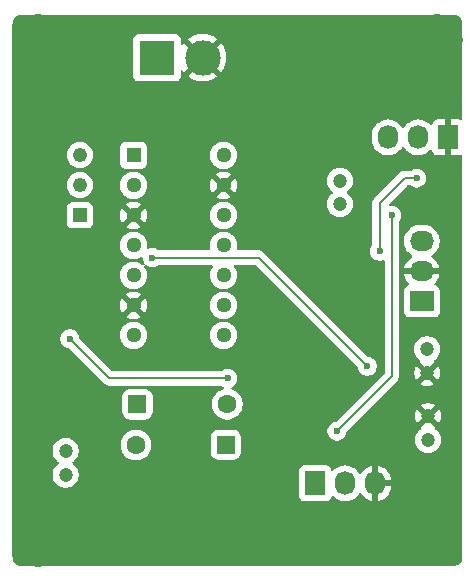
<source format=gbr>
%TF.GenerationSoftware,KiCad,Pcbnew,9.0.6*%
%TF.CreationDate,2026-01-22T12:37:59+05:30*%
%TF.ProjectId,Muscle sensor,4d757363-6c65-4207-9365-6e736f722e6b,rev?*%
%TF.SameCoordinates,Original*%
%TF.FileFunction,Copper,L2,Bot*%
%TF.FilePolarity,Positive*%
%FSLAX46Y46*%
G04 Gerber Fmt 4.6, Leading zero omitted, Abs format (unit mm)*
G04 Created by KiCad (PCBNEW 9.0.6) date 2026-01-22 12:37:59*
%MOMM*%
%LPD*%
G01*
G04 APERTURE LIST*
G04 Aperture macros list*
%AMRoundRect*
0 Rectangle with rounded corners*
0 $1 Rounding radius*
0 $2 $3 $4 $5 $6 $7 $8 $9 X,Y pos of 4 corners*
0 Add a 4 corners polygon primitive as box body*
4,1,4,$2,$3,$4,$5,$6,$7,$8,$9,$2,$3,0*
0 Add four circle primitives for the rounded corners*
1,1,$1+$1,$2,$3*
1,1,$1+$1,$4,$5*
1,1,$1+$1,$6,$7*
1,1,$1+$1,$8,$9*
0 Add four rect primitives between the rounded corners*
20,1,$1+$1,$2,$3,$4,$5,0*
20,1,$1+$1,$4,$5,$6,$7,0*
20,1,$1+$1,$6,$7,$8,$9,0*
20,1,$1+$1,$8,$9,$2,$3,0*%
G04 Aperture macros list end*
%TA.AperFunction,ComponentPad*%
%ADD10C,0.700000*%
%TD*%
%TA.AperFunction,ComponentPad*%
%ADD11C,4.400000*%
%TD*%
%TA.AperFunction,ComponentPad*%
%ADD12R,1.730000X2.030000*%
%TD*%
%TA.AperFunction,ComponentPad*%
%ADD13O,1.730000X2.030000*%
%TD*%
%TA.AperFunction,ComponentPad*%
%ADD14C,1.200000*%
%TD*%
%TA.AperFunction,ComponentPad*%
%ADD15R,2.030000X1.730000*%
%TD*%
%TA.AperFunction,ComponentPad*%
%ADD16O,2.030000X1.730000*%
%TD*%
%TA.AperFunction,ComponentPad*%
%ADD17R,1.295400X1.295400*%
%TD*%
%TA.AperFunction,ComponentPad*%
%ADD18C,1.295400*%
%TD*%
%TA.AperFunction,ComponentPad*%
%ADD19R,3.000000X3.000000*%
%TD*%
%TA.AperFunction,ComponentPad*%
%ADD20C,3.000000*%
%TD*%
%TA.AperFunction,ComponentPad*%
%ADD21RoundRect,0.250000X-0.550000X-0.550000X0.550000X-0.550000X0.550000X0.550000X-0.550000X0.550000X0*%
%TD*%
%TA.AperFunction,ComponentPad*%
%ADD22C,1.600000*%
%TD*%
%TA.AperFunction,ComponentPad*%
%ADD23RoundRect,0.250000X0.550000X0.550000X-0.550000X0.550000X-0.550000X-0.550000X0.550000X-0.550000X0*%
%TD*%
%TA.AperFunction,ComponentPad*%
%ADD24R,1.218000X1.218000*%
%TD*%
%TA.AperFunction,ComponentPad*%
%ADD25C,1.218000*%
%TD*%
%TA.AperFunction,ViaPad*%
%ADD26C,0.600000*%
%TD*%
%TA.AperFunction,Conductor*%
%ADD27C,0.200000*%
%TD*%
G04 APERTURE END LIST*
D10*
%TO.P,H2,1,1*%
%TO.N,GND*%
X144640000Y-104210000D03*
X144156726Y-105376726D03*
X144156726Y-103043274D03*
X142990000Y-105860000D03*
D11*
X142990000Y-104210000D03*
D10*
X142990000Y-102560000D03*
X141823274Y-105376726D03*
X141823274Y-103043274D03*
X141340000Y-104210000D03*
%TD*%
%TO.P,H4,1,1*%
%TO.N,GND*%
X178353274Y-103993274D03*
X177870000Y-105160000D03*
X177870000Y-102826548D03*
X176703274Y-105643274D03*
D11*
X176703274Y-103993274D03*
D10*
X176703274Y-102343274D03*
X175536548Y-105160000D03*
X175536548Y-102826548D03*
X175053274Y-103993274D03*
%TD*%
D12*
%TO.P,J4,1,Pin_1*%
%TO.N,GND*%
X177710000Y-70070000D03*
D13*
%TO.P,J4,2,Pin_2*%
%TO.N,/END*%
X175170000Y-70070000D03*
%TO.P,J4,3,Pin_3*%
%TO.N,/MID*%
X172630000Y-70070000D03*
%TD*%
D12*
%TO.P,J3,1,Pin_1*%
%TO.N,/MID*%
X166460000Y-99360000D03*
D13*
%TO.P,J3,2,Pin_2*%
%TO.N,/END*%
X169000000Y-99360000D03*
%TO.P,J3,3,Pin_3*%
%TO.N,GND*%
X171540000Y-99360000D03*
%TD*%
D14*
%TO.P,C3,1*%
%TO.N,/MEASURE*%
X145330000Y-98620000D03*
%TO.P,C3,2*%
%TO.N,Net-(C3-Pad2)*%
X145330000Y-96620000D03*
%TD*%
D15*
%TO.P,J2,1,Pin_1*%
%TO.N,/+VS*%
X175500000Y-83940000D03*
D16*
%TO.P,J2,2,Pin_2*%
%TO.N,GND*%
X175500000Y-81400000D03*
%TO.P,J2,3,Pin_3*%
%TO.N,/-VS*%
X175500000Y-78860000D03*
%TD*%
D17*
%TO.P,U2,1*%
%TO.N,/SIG*%
X151090000Y-71590000D03*
D18*
%TO.P,U2,2,-*%
%TO.N,Net-(U2A--)*%
X151090000Y-74130000D03*
%TO.P,U2,3,+*%
%TO.N,GND*%
X151090000Y-76670000D03*
%TO.P,U2,4,V+*%
%TO.N,/+VS*%
X151090000Y-79210000D03*
%TO.P,U2,5,+*%
%TO.N,Net-(U2B-+)*%
X151090000Y-81750000D03*
%TO.P,U2,6,-*%
%TO.N,GND*%
X151090000Y-84290000D03*
%TO.P,U2,7*%
%TO.N,Net-(D1-K)*%
X151090000Y-86830000D03*
%TO.P,U2,8*%
%TO.N,/RECTIFY*%
X158710000Y-86830000D03*
%TO.P,U2,9,-*%
%TO.N,Net-(D2-K)*%
X158710000Y-84290000D03*
%TO.P,U2,10,+*%
%TO.N,Net-(U2C-+)*%
X158710000Y-81750000D03*
%TO.P,U2,11,V-*%
%TO.N,/-VS*%
X158710000Y-79210000D03*
%TO.P,U2,12,+*%
%TO.N,Net-(U2D-+)*%
X158710000Y-76670000D03*
%TO.P,U2,13,-*%
%TO.N,GND*%
X158710000Y-74130000D03*
%TO.P,U2,14*%
%TO.N,/SMOOTH*%
X158710000Y-71590000D03*
%TD*%
D14*
%TO.P,C4,1*%
%TO.N,Net-(U2D-+)*%
X168560000Y-75730000D03*
%TO.P,C4,2*%
%TO.N,/SMOOTH*%
X168560000Y-73730000D03*
%TD*%
D19*
%TO.P,J1,1,Pin_1*%
%TO.N,/SIG*%
X153072500Y-63320000D03*
D20*
%TO.P,J1,2,Pin_2*%
%TO.N,GND*%
X156952500Y-63320000D03*
%TD*%
D21*
%TO.P,D1,1,K*%
%TO.N,Net-(D1-K)*%
X151420000Y-92660000D03*
D22*
%TO.P,D1,2,A*%
%TO.N,Net-(D1-A)*%
X159040000Y-92660000D03*
%TD*%
D23*
%TO.P,D2,1,K*%
%TO.N,Net-(D2-K)*%
X158910000Y-96110000D03*
D22*
%TO.P,D2,2,A*%
%TO.N,Net-(D1-K)*%
X151290000Y-96110000D03*
%TD*%
D14*
%TO.P,C2,1*%
%TO.N,/-VS*%
X176020000Y-95680000D03*
%TO.P,C2,2*%
%TO.N,GND*%
X176020000Y-93680000D03*
%TD*%
D10*
%TO.P,H1,1,1*%
%TO.N,GND*%
X144610000Y-61860000D03*
X144126726Y-63026726D03*
X144126726Y-60693274D03*
X142960000Y-63510000D03*
D11*
X142960000Y-61860000D03*
D10*
X142960000Y-60210000D03*
X141793274Y-63026726D03*
X141793274Y-60693274D03*
X141310000Y-61860000D03*
%TD*%
%TO.P,H3,1,1*%
%TO.N,GND*%
X175113274Y-61796726D03*
X175596548Y-60630000D03*
X175596548Y-62963452D03*
X176763274Y-60146726D03*
D11*
X176763274Y-61796726D03*
D10*
X176763274Y-63446726D03*
X177930000Y-60630000D03*
X177930000Y-62963452D03*
X178413274Y-61796726D03*
%TD*%
D24*
%TO.P,VR1,1*%
%TO.N,Net-(U2A--)*%
X146550000Y-76660000D03*
D25*
%TO.P,VR1,2*%
%TO.N,/SIG*%
X146550000Y-74120000D03*
%TO.P,VR1,3*%
X146550000Y-71580000D03*
%TD*%
D14*
%TO.P,C1,1*%
%TO.N,GND*%
X175950000Y-90010000D03*
%TO.P,C1,2*%
%TO.N,/+VS*%
X175950000Y-88010000D03*
%TD*%
D26*
%TO.N,/+VS*%
X152670000Y-80250000D03*
X170880000Y-89450000D03*
%TO.N,Net-(D1-A)*%
X145690000Y-87120000D03*
X159070000Y-90480000D03*
%TO.N,/END*%
X171920000Y-79710000D03*
X175050000Y-73520000D03*
%TO.N,/MID*%
X172950000Y-76680000D03*
X168310000Y-94940000D03*
%TD*%
D27*
%TO.N,/+VS*%
X161680000Y-80250000D02*
X152670000Y-80250000D01*
X170880000Y-89450000D02*
X161680000Y-80250000D01*
%TO.N,Net-(D1-A)*%
X149050000Y-90480000D02*
X159070000Y-90480000D01*
X145690000Y-87120000D02*
X149050000Y-90480000D01*
%TO.N,/END*%
X171920000Y-75640000D02*
X171920000Y-79710000D01*
X174040000Y-73520000D02*
X171920000Y-75640000D01*
X175050000Y-73520000D02*
X174040000Y-73520000D01*
%TO.N,/MID*%
X172950000Y-76680000D02*
X172950000Y-90300000D01*
X172950000Y-90300000D02*
X168310000Y-94940000D01*
%TD*%
%TA.AperFunction,Conductor*%
%TO.N,GND*%
G36*
X178186061Y-59685597D02*
G01*
X178196635Y-59686638D01*
X178314069Y-59698204D01*
X178337897Y-59702943D01*
X178455140Y-59738508D01*
X178477589Y-59747808D01*
X178585630Y-59805557D01*
X178605840Y-59819061D01*
X178700535Y-59896774D01*
X178717725Y-59913964D01*
X178795438Y-60008659D01*
X178808942Y-60028869D01*
X178866690Y-60136907D01*
X178875993Y-60159365D01*
X178911554Y-60276593D01*
X178916296Y-60300435D01*
X178928903Y-60428438D01*
X178929500Y-60440592D01*
X178929500Y-68474979D01*
X178909815Y-68542018D01*
X178857011Y-68587773D01*
X178787853Y-68597717D01*
X178762168Y-68591161D01*
X178682383Y-68561404D01*
X178682372Y-68561401D01*
X178622844Y-68555000D01*
X177960000Y-68555000D01*
X177960000Y-69625439D01*
X177906853Y-69594755D01*
X177777143Y-69560000D01*
X177642857Y-69560000D01*
X177513147Y-69594755D01*
X177460000Y-69625439D01*
X177460000Y-68555000D01*
X176797155Y-68555000D01*
X176737627Y-68561401D01*
X176737620Y-68561403D01*
X176602913Y-68611645D01*
X176602906Y-68611649D01*
X176487812Y-68697809D01*
X176487809Y-68697812D01*
X176401649Y-68812906D01*
X176401645Y-68812913D01*
X176358340Y-68929021D01*
X176316469Y-68984955D01*
X176251004Y-69009372D01*
X176182731Y-68994520D01*
X176154477Y-68973369D01*
X176059565Y-68878457D01*
X176059563Y-68878455D01*
X175885678Y-68752120D01*
X175694170Y-68654541D01*
X175694167Y-68654540D01*
X175489757Y-68588124D01*
X175321056Y-68561404D01*
X175277467Y-68554500D01*
X175062533Y-68554500D01*
X175018944Y-68561404D01*
X174850243Y-68588124D01*
X174850240Y-68588124D01*
X174645832Y-68654540D01*
X174645829Y-68654541D01*
X174454321Y-68752120D01*
X174370657Y-68812906D01*
X174280437Y-68878455D01*
X174280435Y-68878457D01*
X174280434Y-68878457D01*
X174128457Y-69030434D01*
X174128457Y-69030435D01*
X174128455Y-69030437D01*
X174031023Y-69164539D01*
X174000318Y-69206802D01*
X173944988Y-69249467D01*
X173875374Y-69255446D01*
X173813579Y-69222840D01*
X173799682Y-69206802D01*
X173786836Y-69189121D01*
X173671545Y-69030437D01*
X173519563Y-68878455D01*
X173345678Y-68752120D01*
X173154170Y-68654541D01*
X173154167Y-68654540D01*
X172949757Y-68588124D01*
X172781056Y-68561404D01*
X172737467Y-68554500D01*
X172522533Y-68554500D01*
X172478944Y-68561404D01*
X172310243Y-68588124D01*
X172310240Y-68588124D01*
X172105832Y-68654540D01*
X172105829Y-68654541D01*
X171914321Y-68752120D01*
X171830657Y-68812906D01*
X171740437Y-68878455D01*
X171740435Y-68878457D01*
X171740434Y-68878457D01*
X171588457Y-69030434D01*
X171588457Y-69030435D01*
X171588455Y-69030437D01*
X171534198Y-69105114D01*
X171462120Y-69204321D01*
X171364541Y-69395829D01*
X171364540Y-69395832D01*
X171298124Y-69600240D01*
X171298124Y-69600243D01*
X171264500Y-69812534D01*
X171264500Y-70327465D01*
X171298124Y-70539756D01*
X171298124Y-70539759D01*
X171364540Y-70744167D01*
X171364541Y-70744170D01*
X171452684Y-70917159D01*
X171462120Y-70935678D01*
X171588455Y-71109563D01*
X171740437Y-71261545D01*
X171914322Y-71387880D01*
X172008251Y-71435739D01*
X172105829Y-71485458D01*
X172105832Y-71485459D01*
X172237839Y-71528350D01*
X172310245Y-71551876D01*
X172522533Y-71585500D01*
X172522534Y-71585500D01*
X172737466Y-71585500D01*
X172737467Y-71585500D01*
X172949755Y-71551876D01*
X172949758Y-71551875D01*
X172949759Y-71551875D01*
X173154167Y-71485459D01*
X173154170Y-71485458D01*
X173239088Y-71442190D01*
X173345678Y-71387880D01*
X173519563Y-71261545D01*
X173671545Y-71109563D01*
X173797880Y-70935678D01*
X173797879Y-70935678D01*
X173799682Y-70933198D01*
X173855012Y-70890532D01*
X173924625Y-70884553D01*
X173986420Y-70917159D01*
X174000318Y-70933198D01*
X174047759Y-70998495D01*
X174128455Y-71109563D01*
X174280437Y-71261545D01*
X174454322Y-71387880D01*
X174548251Y-71435739D01*
X174645829Y-71485458D01*
X174645832Y-71485459D01*
X174777839Y-71528350D01*
X174850245Y-71551876D01*
X175062533Y-71585500D01*
X175062534Y-71585500D01*
X175277466Y-71585500D01*
X175277467Y-71585500D01*
X175489755Y-71551876D01*
X175489758Y-71551875D01*
X175489759Y-71551875D01*
X175694167Y-71485459D01*
X175694170Y-71485458D01*
X175779088Y-71442190D01*
X175885678Y-71387880D01*
X176059563Y-71261545D01*
X176154480Y-71166627D01*
X176215799Y-71133145D01*
X176285491Y-71138129D01*
X176341425Y-71180000D01*
X176358340Y-71210978D01*
X176401645Y-71327086D01*
X176401649Y-71327093D01*
X176487809Y-71442187D01*
X176487812Y-71442190D01*
X176602906Y-71528350D01*
X176602913Y-71528354D01*
X176737620Y-71578596D01*
X176737627Y-71578598D01*
X176797155Y-71584999D01*
X176797172Y-71585000D01*
X177460000Y-71585000D01*
X177460000Y-70514560D01*
X177513147Y-70545245D01*
X177642857Y-70580000D01*
X177777143Y-70580000D01*
X177906853Y-70545245D01*
X177960000Y-70514560D01*
X177960000Y-71585000D01*
X178622828Y-71585000D01*
X178622844Y-71584999D01*
X178682372Y-71578598D01*
X178682383Y-71578595D01*
X178762166Y-71548838D01*
X178831857Y-71543853D01*
X178893181Y-71577337D01*
X178926666Y-71638660D01*
X178929500Y-71665019D01*
X178929500Y-105603907D01*
X178928903Y-105616060D01*
X178928903Y-105616061D01*
X178916296Y-105744064D01*
X178911554Y-105767906D01*
X178875993Y-105885134D01*
X178866690Y-105907592D01*
X178808942Y-106015630D01*
X178795438Y-106035840D01*
X178717725Y-106130535D01*
X178700535Y-106147725D01*
X178605840Y-106225438D01*
X178585630Y-106238942D01*
X178477592Y-106296690D01*
X178455134Y-106305993D01*
X178337906Y-106341554D01*
X178314064Y-106346296D01*
X178186062Y-106358903D01*
X178173908Y-106359500D01*
X141596092Y-106359500D01*
X141583938Y-106358903D01*
X141455935Y-106346296D01*
X141432095Y-106341554D01*
X141314864Y-106305992D01*
X141292407Y-106296690D01*
X141184369Y-106238942D01*
X141164159Y-106225438D01*
X141069464Y-106147725D01*
X141052274Y-106130535D01*
X140974561Y-106035840D01*
X140961057Y-106015630D01*
X140903308Y-105907589D01*
X140894008Y-105885140D01*
X140858443Y-105767897D01*
X140853704Y-105744069D01*
X140841097Y-105616060D01*
X140840500Y-105603907D01*
X140840500Y-96533389D01*
X144229500Y-96533389D01*
X144229500Y-96706610D01*
X144246318Y-96812799D01*
X144256598Y-96877701D01*
X144310127Y-97042445D01*
X144388768Y-97196788D01*
X144490586Y-97336928D01*
X144613072Y-97459414D01*
X144613078Y-97459418D01*
X144696023Y-97519683D01*
X144738689Y-97575013D01*
X144744667Y-97644626D01*
X144712061Y-97706421D01*
X144696023Y-97720317D01*
X144613078Y-97780581D01*
X144613069Y-97780588D01*
X144490588Y-97903069D01*
X144490588Y-97903070D01*
X144490586Y-97903072D01*
X144460458Y-97944540D01*
X144388768Y-98043211D01*
X144310128Y-98197552D01*
X144256597Y-98362302D01*
X144229500Y-98533389D01*
X144229500Y-98706610D01*
X144252210Y-98850000D01*
X144256598Y-98877701D01*
X144310127Y-99042445D01*
X144388768Y-99196788D01*
X144490586Y-99336928D01*
X144613072Y-99459414D01*
X144753212Y-99561232D01*
X144907555Y-99639873D01*
X145072299Y-99693402D01*
X145243389Y-99720500D01*
X145243390Y-99720500D01*
X145416610Y-99720500D01*
X145416611Y-99720500D01*
X145587701Y-99693402D01*
X145752445Y-99639873D01*
X145906788Y-99561232D01*
X146046928Y-99459414D01*
X146169414Y-99336928D01*
X146271232Y-99196788D01*
X146349873Y-99042445D01*
X146403402Y-98877701D01*
X146430500Y-98706611D01*
X146430500Y-98533389D01*
X146403402Y-98362299D01*
X146382229Y-98297135D01*
X165094500Y-98297135D01*
X165094500Y-100422870D01*
X165094501Y-100422876D01*
X165100908Y-100482483D01*
X165151202Y-100617328D01*
X165151206Y-100617335D01*
X165237452Y-100732544D01*
X165237455Y-100732547D01*
X165352664Y-100818793D01*
X165352671Y-100818797D01*
X165487517Y-100869091D01*
X165487516Y-100869091D01*
X165494444Y-100869835D01*
X165547127Y-100875500D01*
X167372872Y-100875499D01*
X167432483Y-100869091D01*
X167567331Y-100818796D01*
X167682546Y-100732546D01*
X167768796Y-100617331D01*
X167812048Y-100501365D01*
X167853917Y-100445433D01*
X167919381Y-100421015D01*
X167987654Y-100435866D01*
X168015910Y-100457018D01*
X168110437Y-100551545D01*
X168284322Y-100677880D01*
X168378251Y-100725739D01*
X168475829Y-100775458D01*
X168475832Y-100775459D01*
X168666494Y-100837408D01*
X168680245Y-100841876D01*
X168892533Y-100875500D01*
X168892534Y-100875500D01*
X169107466Y-100875500D01*
X169107467Y-100875500D01*
X169319755Y-100841876D01*
X169319758Y-100841875D01*
X169319759Y-100841875D01*
X169524167Y-100775459D01*
X169524170Y-100775458D01*
X169525077Y-100774996D01*
X169715678Y-100677880D01*
X169889563Y-100551545D01*
X170041545Y-100399563D01*
X170167880Y-100225678D01*
X170167881Y-100225675D01*
X170169990Y-100222773D01*
X170225320Y-100180107D01*
X170294933Y-100174128D01*
X170356728Y-100206734D01*
X170370626Y-100222772D01*
X170498838Y-100399239D01*
X170498838Y-100399240D01*
X170650759Y-100551161D01*
X170824583Y-100677452D01*
X171016024Y-100774996D01*
X171220359Y-100841388D01*
X171289999Y-100852418D01*
X171290000Y-100852418D01*
X171290000Y-99804560D01*
X171343147Y-99835245D01*
X171472857Y-99870000D01*
X171607143Y-99870000D01*
X171736853Y-99835245D01*
X171790000Y-99804560D01*
X171790000Y-100852418D01*
X171859638Y-100841388D01*
X171859641Y-100841388D01*
X172063975Y-100774996D01*
X172255416Y-100677452D01*
X172429240Y-100551161D01*
X172581161Y-100399240D01*
X172707452Y-100225416D01*
X172804996Y-100033975D01*
X172871388Y-99829642D01*
X172871388Y-99829639D01*
X172905000Y-99617427D01*
X172905000Y-99610000D01*
X171984560Y-99610000D01*
X172015245Y-99556853D01*
X172050000Y-99427143D01*
X172050000Y-99292857D01*
X172015245Y-99163147D01*
X171984560Y-99110000D01*
X172905000Y-99110000D01*
X172905000Y-99102572D01*
X172871388Y-98890360D01*
X172871388Y-98890357D01*
X172804996Y-98686024D01*
X172707452Y-98494583D01*
X172581161Y-98320759D01*
X172429240Y-98168838D01*
X172255416Y-98042547D01*
X172063975Y-97945003D01*
X171859635Y-97878610D01*
X171859636Y-97878610D01*
X171790000Y-97867581D01*
X171790000Y-98915439D01*
X171736853Y-98884755D01*
X171607143Y-98850000D01*
X171472857Y-98850000D01*
X171343147Y-98884755D01*
X171290000Y-98915439D01*
X171290000Y-97867581D01*
X171220364Y-97878610D01*
X171016024Y-97945003D01*
X170824583Y-98042547D01*
X170650759Y-98168838D01*
X170498838Y-98320759D01*
X170498838Y-98320760D01*
X170370626Y-98497227D01*
X170315296Y-98539892D01*
X170245682Y-98545871D01*
X170183887Y-98513265D01*
X170169990Y-98497226D01*
X170071962Y-98362302D01*
X170041545Y-98320437D01*
X169889563Y-98168455D01*
X169715678Y-98042120D01*
X169524170Y-97944541D01*
X169524167Y-97944540D01*
X169319757Y-97878124D01*
X169178229Y-97855708D01*
X169107467Y-97844500D01*
X168892533Y-97844500D01*
X168821770Y-97855708D01*
X168680243Y-97878124D01*
X168680240Y-97878124D01*
X168475832Y-97944540D01*
X168475829Y-97944541D01*
X168284321Y-98042120D01*
X168110438Y-98168454D01*
X168015910Y-98262982D01*
X167954586Y-98296466D01*
X167884895Y-98291482D01*
X167828962Y-98249610D01*
X167812047Y-98218632D01*
X167768798Y-98102673D01*
X167768793Y-98102664D01*
X167682547Y-97987455D01*
X167682544Y-97987452D01*
X167567335Y-97901206D01*
X167567328Y-97901202D01*
X167432482Y-97850908D01*
X167432483Y-97850908D01*
X167372883Y-97844501D01*
X167372881Y-97844500D01*
X167372873Y-97844500D01*
X167372864Y-97844500D01*
X165547129Y-97844500D01*
X165547123Y-97844501D01*
X165487516Y-97850908D01*
X165352671Y-97901202D01*
X165352664Y-97901206D01*
X165237455Y-97987452D01*
X165237452Y-97987455D01*
X165151206Y-98102664D01*
X165151202Y-98102671D01*
X165100908Y-98237517D01*
X165094501Y-98297116D01*
X165094500Y-98297135D01*
X146382229Y-98297135D01*
X146349873Y-98197555D01*
X146271232Y-98043212D01*
X146169414Y-97903072D01*
X146046928Y-97780586D01*
X145963975Y-97720317D01*
X145921311Y-97664988D01*
X145915332Y-97595374D01*
X145947938Y-97533579D01*
X145963976Y-97519682D01*
X146046928Y-97459414D01*
X146169414Y-97336928D01*
X146271232Y-97196788D01*
X146349873Y-97042445D01*
X146403402Y-96877701D01*
X146430500Y-96706611D01*
X146430500Y-96533389D01*
X146403402Y-96362299D01*
X146349873Y-96197555D01*
X146271232Y-96043212D01*
X146245393Y-96007648D01*
X149989500Y-96007648D01*
X149989500Y-96212351D01*
X150021522Y-96414534D01*
X150084781Y-96609223D01*
X150136135Y-96710009D01*
X150172052Y-96780500D01*
X150177715Y-96791613D01*
X150298028Y-96957213D01*
X150442786Y-97101971D01*
X150573293Y-97196788D01*
X150608390Y-97222287D01*
X150724607Y-97281503D01*
X150790776Y-97315218D01*
X150790778Y-97315218D01*
X150790781Y-97315220D01*
X150857598Y-97336930D01*
X150985465Y-97378477D01*
X151086557Y-97394488D01*
X151187648Y-97410500D01*
X151187649Y-97410500D01*
X151392351Y-97410500D01*
X151392352Y-97410500D01*
X151594534Y-97378477D01*
X151789219Y-97315220D01*
X151971610Y-97222287D01*
X152100482Y-97128657D01*
X152137213Y-97101971D01*
X152137215Y-97101968D01*
X152137219Y-97101966D01*
X152281966Y-96957219D01*
X152281968Y-96957215D01*
X152281971Y-96957213D01*
X152386892Y-96812799D01*
X152402287Y-96791610D01*
X152495220Y-96609219D01*
X152558477Y-96414534D01*
X152590500Y-96212352D01*
X152590500Y-96007648D01*
X152558477Y-95805466D01*
X152495220Y-95610781D01*
X152495218Y-95610778D01*
X152495218Y-95610776D01*
X152470940Y-95563129D01*
X152462517Y-95546598D01*
X152443861Y-95509983D01*
X157609500Y-95509983D01*
X157609500Y-96710001D01*
X157609501Y-96710018D01*
X157620000Y-96812796D01*
X157620001Y-96812799D01*
X157641508Y-96877701D01*
X157675186Y-96979334D01*
X157767288Y-97128656D01*
X157891344Y-97252712D01*
X158040666Y-97344814D01*
X158207203Y-97399999D01*
X158309991Y-97410500D01*
X159510008Y-97410499D01*
X159612797Y-97399999D01*
X159779334Y-97344814D01*
X159928656Y-97252712D01*
X160052712Y-97128656D01*
X160144814Y-96979334D01*
X160199999Y-96812797D01*
X160210500Y-96710009D01*
X160210499Y-95509992D01*
X160199999Y-95407203D01*
X160144814Y-95240666D01*
X160052712Y-95091344D01*
X159928656Y-94967288D01*
X159928655Y-94967287D01*
X159917821Y-94960605D01*
X159779334Y-94875186D01*
X159736985Y-94861153D01*
X167509500Y-94861153D01*
X167509500Y-95018846D01*
X167540261Y-95173489D01*
X167540264Y-95173501D01*
X167600602Y-95319172D01*
X167600609Y-95319185D01*
X167688210Y-95450288D01*
X167688213Y-95450292D01*
X167799707Y-95561786D01*
X167799711Y-95561789D01*
X167930814Y-95649390D01*
X167930827Y-95649397D01*
X168076498Y-95709735D01*
X168076503Y-95709737D01*
X168231153Y-95740499D01*
X168231156Y-95740500D01*
X168231158Y-95740500D01*
X168388844Y-95740500D01*
X168388845Y-95740499D01*
X168543497Y-95709737D01*
X168689179Y-95649394D01*
X168772996Y-95593389D01*
X174919500Y-95593389D01*
X174919500Y-95766611D01*
X174946598Y-95937701D01*
X175000127Y-96102445D01*
X175078768Y-96256788D01*
X175180586Y-96396928D01*
X175303072Y-96519414D01*
X175443212Y-96621232D01*
X175597555Y-96699873D01*
X175762299Y-96753402D01*
X175933389Y-96780500D01*
X175933390Y-96780500D01*
X176106610Y-96780500D01*
X176106611Y-96780500D01*
X176277701Y-96753402D01*
X176442445Y-96699873D01*
X176596788Y-96621232D01*
X176736928Y-96519414D01*
X176859414Y-96396928D01*
X176961232Y-96256788D01*
X177039873Y-96102445D01*
X177093402Y-95937701D01*
X177120500Y-95766611D01*
X177120500Y-95593389D01*
X177093402Y-95422299D01*
X177039873Y-95257555D01*
X176961232Y-95103212D01*
X176859414Y-94963072D01*
X176736928Y-94840586D01*
X176731789Y-94836852D01*
X176649479Y-94777049D01*
X176606813Y-94721719D01*
X176598747Y-94667007D01*
X176602736Y-94616288D01*
X176020001Y-94033553D01*
X176020000Y-94033553D01*
X175437261Y-94616289D01*
X175441253Y-94667003D01*
X175426889Y-94735381D01*
X175390521Y-94777049D01*
X175303078Y-94840581D01*
X175303069Y-94840588D01*
X175180588Y-94963069D01*
X175180588Y-94963070D01*
X175180586Y-94963072D01*
X175140569Y-95018150D01*
X175078768Y-95103211D01*
X175000128Y-95257552D01*
X174946597Y-95422302D01*
X174932710Y-95509983D01*
X174919500Y-95593389D01*
X168772996Y-95593389D01*
X168820289Y-95561789D01*
X168835481Y-95546597D01*
X168881243Y-95500836D01*
X168931786Y-95450292D01*
X168931789Y-95450289D01*
X169019394Y-95319179D01*
X169079737Y-95173497D01*
X169099113Y-95076085D01*
X169110638Y-95018150D01*
X169143023Y-94956239D01*
X169144519Y-94954715D01*
X170505806Y-93593428D01*
X174920000Y-93593428D01*
X174920000Y-93766571D01*
X174947085Y-93937584D01*
X175000592Y-94102259D01*
X175079196Y-94256525D01*
X175083709Y-94262736D01*
X175083709Y-94262737D01*
X175666446Y-93680001D01*
X175666446Y-93679999D01*
X175626951Y-93640504D01*
X175720000Y-93640504D01*
X175720000Y-93719496D01*
X175740444Y-93795796D01*
X175779940Y-93864205D01*
X175835795Y-93920060D01*
X175904204Y-93959556D01*
X175980504Y-93980000D01*
X176059496Y-93980000D01*
X176135796Y-93959556D01*
X176204205Y-93920060D01*
X176260060Y-93864205D01*
X176299556Y-93795796D01*
X176320000Y-93719496D01*
X176320000Y-93679999D01*
X176373553Y-93679999D01*
X176373553Y-93680000D01*
X176956289Y-94262736D01*
X176960803Y-94256525D01*
X177039408Y-94102257D01*
X177092914Y-93937584D01*
X177120000Y-93766571D01*
X177120000Y-93593428D01*
X177092914Y-93422415D01*
X177039408Y-93257742D01*
X176960801Y-93103471D01*
X176956290Y-93097262D01*
X176956289Y-93097261D01*
X176373553Y-93679999D01*
X176320000Y-93679999D01*
X176320000Y-93640504D01*
X176299556Y-93564204D01*
X176260060Y-93495795D01*
X176204205Y-93439940D01*
X176135796Y-93400444D01*
X176059496Y-93380000D01*
X175980504Y-93380000D01*
X175904204Y-93400444D01*
X175835795Y-93439940D01*
X175779940Y-93495795D01*
X175740444Y-93564204D01*
X175720000Y-93640504D01*
X175626951Y-93640504D01*
X175083709Y-93097261D01*
X175083708Y-93097261D01*
X175079203Y-93103463D01*
X175079193Y-93103480D01*
X175000592Y-93257740D01*
X174947085Y-93422415D01*
X174920000Y-93593428D01*
X170505806Y-93593428D01*
X171355526Y-92743708D01*
X175437261Y-92743708D01*
X175437261Y-92743709D01*
X176020000Y-93326446D01*
X176020001Y-93326446D01*
X176602737Y-92743709D01*
X176596525Y-92739196D01*
X176442259Y-92660592D01*
X176277584Y-92607085D01*
X176106571Y-92580000D01*
X175933429Y-92580000D01*
X175762415Y-92607085D01*
X175597740Y-92660592D01*
X175443480Y-92739193D01*
X175443463Y-92739203D01*
X175437261Y-92743708D01*
X171355526Y-92743708D01*
X173152945Y-90946289D01*
X175367261Y-90946289D01*
X175367262Y-90946290D01*
X175373471Y-90950801D01*
X175527742Y-91029408D01*
X175692415Y-91082914D01*
X175863429Y-91110000D01*
X176036571Y-91110000D01*
X176207584Y-91082914D01*
X176372257Y-91029408D01*
X176526525Y-90950803D01*
X176532736Y-90946289D01*
X176532737Y-90946289D01*
X175950001Y-90363553D01*
X175950000Y-90363553D01*
X175367261Y-90946289D01*
X173152945Y-90946289D01*
X173318713Y-90780521D01*
X173318716Y-90780520D01*
X173430520Y-90668716D01*
X173480639Y-90581904D01*
X173509577Y-90531785D01*
X173550501Y-90379057D01*
X173550501Y-90220943D01*
X173550501Y-90213348D01*
X173550500Y-90213330D01*
X173550500Y-89923428D01*
X174850000Y-89923428D01*
X174850000Y-90096571D01*
X174877085Y-90267584D01*
X174930592Y-90432259D01*
X175009196Y-90586525D01*
X175013709Y-90592736D01*
X175013709Y-90592737D01*
X175596446Y-90010001D01*
X175596446Y-90009999D01*
X175556951Y-89970504D01*
X175650000Y-89970504D01*
X175650000Y-90049496D01*
X175670444Y-90125796D01*
X175709940Y-90194205D01*
X175765795Y-90250060D01*
X175834204Y-90289556D01*
X175910504Y-90310000D01*
X175989496Y-90310000D01*
X176065796Y-90289556D01*
X176134205Y-90250060D01*
X176190060Y-90194205D01*
X176229556Y-90125796D01*
X176250000Y-90049496D01*
X176250000Y-90009999D01*
X176303553Y-90009999D01*
X176303553Y-90010000D01*
X176886289Y-90592736D01*
X176890803Y-90586525D01*
X176969408Y-90432257D01*
X177022914Y-90267584D01*
X177050000Y-90096571D01*
X177050000Y-89923428D01*
X177022914Y-89752415D01*
X176969408Y-89587742D01*
X176890801Y-89433471D01*
X176886290Y-89427262D01*
X176886289Y-89427261D01*
X176303553Y-90009999D01*
X176250000Y-90009999D01*
X176250000Y-89970504D01*
X176229556Y-89894204D01*
X176190060Y-89825795D01*
X176134205Y-89769940D01*
X176065796Y-89730444D01*
X175989496Y-89710000D01*
X175910504Y-89710000D01*
X175834204Y-89730444D01*
X175765795Y-89769940D01*
X175709940Y-89825795D01*
X175670444Y-89894204D01*
X175650000Y-89970504D01*
X175556951Y-89970504D01*
X175013709Y-89427261D01*
X175013708Y-89427261D01*
X175009203Y-89433463D01*
X175009193Y-89433480D01*
X174930592Y-89587740D01*
X174877085Y-89752415D01*
X174850000Y-89923428D01*
X173550500Y-89923428D01*
X173550500Y-87923389D01*
X174849500Y-87923389D01*
X174849500Y-88096611D01*
X174876598Y-88267701D01*
X174930127Y-88432445D01*
X175008768Y-88586788D01*
X175110586Y-88726928D01*
X175233072Y-88849414D01*
X175320522Y-88912950D01*
X175320523Y-88912951D01*
X175363188Y-88968282D01*
X175371254Y-89023004D01*
X175367261Y-89073708D01*
X175950000Y-89656446D01*
X175950001Y-89656446D01*
X176532736Y-89073710D01*
X176528745Y-89022999D01*
X176543108Y-88954622D01*
X176579478Y-88912950D01*
X176666928Y-88849414D01*
X176789414Y-88726928D01*
X176891232Y-88586788D01*
X176969873Y-88432445D01*
X177023402Y-88267701D01*
X177050500Y-88096611D01*
X177050500Y-87923389D01*
X177023402Y-87752299D01*
X176969873Y-87587555D01*
X176891232Y-87433212D01*
X176789414Y-87293072D01*
X176666928Y-87170586D01*
X176526788Y-87068768D01*
X176372445Y-86990127D01*
X176207701Y-86936598D01*
X176207699Y-86936597D01*
X176207698Y-86936597D01*
X176076271Y-86915781D01*
X176036611Y-86909500D01*
X175863389Y-86909500D01*
X175823728Y-86915781D01*
X175692302Y-86936597D01*
X175527552Y-86990128D01*
X175373211Y-87068768D01*
X175322879Y-87105337D01*
X175233072Y-87170586D01*
X175233070Y-87170588D01*
X175233069Y-87170588D01*
X175110588Y-87293069D01*
X175110588Y-87293070D01*
X175110586Y-87293072D01*
X175066859Y-87353256D01*
X175008768Y-87433211D01*
X174930128Y-87587552D01*
X174876597Y-87752302D01*
X174867138Y-87812025D01*
X174849500Y-87923389D01*
X173550500Y-87923389D01*
X173550500Y-78752534D01*
X173984500Y-78752534D01*
X173984500Y-78967465D01*
X174018124Y-79179756D01*
X174018124Y-79179759D01*
X174084540Y-79384167D01*
X174084541Y-79384170D01*
X174164248Y-79540602D01*
X174182120Y-79575678D01*
X174308455Y-79749563D01*
X174460437Y-79901545D01*
X174538135Y-79957996D01*
X174637226Y-80029990D01*
X174679892Y-80085320D01*
X174685871Y-80154933D01*
X174653265Y-80216728D01*
X174637227Y-80230626D01*
X174460760Y-80358838D01*
X174460759Y-80358838D01*
X174308838Y-80510759D01*
X174182547Y-80684583D01*
X174085003Y-80876024D01*
X174018610Y-81080364D01*
X174007581Y-81150000D01*
X175055440Y-81150000D01*
X175024755Y-81203147D01*
X174990000Y-81332857D01*
X174990000Y-81467143D01*
X175024755Y-81596853D01*
X175055440Y-81650000D01*
X174007581Y-81650000D01*
X174018610Y-81719635D01*
X174085003Y-81923975D01*
X174182547Y-82115416D01*
X174308838Y-82289240D01*
X174403495Y-82383897D01*
X174436980Y-82445220D01*
X174431996Y-82514912D01*
X174390124Y-82570845D01*
X174359147Y-82587760D01*
X174242671Y-82631202D01*
X174242664Y-82631206D01*
X174127455Y-82717452D01*
X174127452Y-82717455D01*
X174041206Y-82832664D01*
X174041202Y-82832671D01*
X173990908Y-82967517D01*
X173984501Y-83027116D01*
X173984501Y-83027123D01*
X173984500Y-83027135D01*
X173984500Y-84852870D01*
X173984501Y-84852876D01*
X173990908Y-84912483D01*
X174041202Y-85047328D01*
X174041206Y-85047335D01*
X174127452Y-85162544D01*
X174127455Y-85162547D01*
X174242664Y-85248793D01*
X174242671Y-85248797D01*
X174377517Y-85299091D01*
X174377516Y-85299091D01*
X174384444Y-85299835D01*
X174437127Y-85305500D01*
X176562872Y-85305499D01*
X176622483Y-85299091D01*
X176757331Y-85248796D01*
X176872546Y-85162546D01*
X176958796Y-85047331D01*
X177009091Y-84912483D01*
X177015500Y-84852873D01*
X177015499Y-83027128D01*
X177009091Y-82967517D01*
X176983237Y-82898200D01*
X176958797Y-82832671D01*
X176958793Y-82832664D01*
X176872547Y-82717455D01*
X176872544Y-82717452D01*
X176757335Y-82631206D01*
X176757328Y-82631202D01*
X176640852Y-82587760D01*
X176584918Y-82545889D01*
X176560501Y-82480425D01*
X176575352Y-82412152D01*
X176596504Y-82383896D01*
X176691164Y-82289236D01*
X176817452Y-82115416D01*
X176914996Y-81923975D01*
X176981389Y-81719635D01*
X176992419Y-81650000D01*
X175944560Y-81650000D01*
X175975245Y-81596853D01*
X176010000Y-81467143D01*
X176010000Y-81332857D01*
X175975245Y-81203147D01*
X175944560Y-81150000D01*
X176992419Y-81150000D01*
X176981389Y-81080364D01*
X176914996Y-80876024D01*
X176817452Y-80684583D01*
X176691161Y-80510759D01*
X176539240Y-80358838D01*
X176362772Y-80230626D01*
X176320107Y-80175296D01*
X176314128Y-80105682D01*
X176346734Y-80043888D01*
X176362773Y-80029990D01*
X176365675Y-80027881D01*
X176365678Y-80027880D01*
X176539563Y-79901545D01*
X176691545Y-79749563D01*
X176817880Y-79575678D01*
X176915458Y-79384170D01*
X176975392Y-79199711D01*
X176981875Y-79179759D01*
X176981875Y-79179758D01*
X176981876Y-79179755D01*
X177015500Y-78967467D01*
X177015500Y-78752533D01*
X176981876Y-78540245D01*
X176981875Y-78540241D01*
X176981875Y-78540240D01*
X176915459Y-78335832D01*
X176915458Y-78335829D01*
X176860502Y-78227972D01*
X176817880Y-78144322D01*
X176691545Y-77970437D01*
X176539563Y-77818455D01*
X176365678Y-77692120D01*
X176174170Y-77594541D01*
X176174167Y-77594540D01*
X175969757Y-77528124D01*
X175828229Y-77505708D01*
X175757467Y-77494500D01*
X175242533Y-77494500D01*
X175171770Y-77505708D01*
X175030243Y-77528124D01*
X175030240Y-77528124D01*
X174825832Y-77594540D01*
X174825829Y-77594541D01*
X174634321Y-77692120D01*
X174536639Y-77763091D01*
X174460437Y-77818455D01*
X174460435Y-77818457D01*
X174460434Y-77818457D01*
X174308457Y-77970434D01*
X174308457Y-77970435D01*
X174308455Y-77970437D01*
X174254198Y-78045114D01*
X174182120Y-78144321D01*
X174084541Y-78335829D01*
X174084540Y-78335832D01*
X174018124Y-78540240D01*
X174018124Y-78540243D01*
X173984500Y-78752534D01*
X173550500Y-78752534D01*
X173550500Y-77259765D01*
X173570185Y-77192726D01*
X173571398Y-77190874D01*
X173659390Y-77059185D01*
X173659390Y-77059184D01*
X173659394Y-77059179D01*
X173719737Y-76913497D01*
X173750500Y-76758842D01*
X173750500Y-76601158D01*
X173750500Y-76601155D01*
X173750499Y-76601153D01*
X173719822Y-76446930D01*
X173719737Y-76446503D01*
X173712182Y-76428263D01*
X173659397Y-76300827D01*
X173659390Y-76300814D01*
X173571789Y-76169711D01*
X173571786Y-76169707D01*
X173460292Y-76058213D01*
X173460288Y-76058210D01*
X173329185Y-75970609D01*
X173329172Y-75970602D01*
X173183501Y-75910264D01*
X173183489Y-75910261D01*
X173028845Y-75879500D01*
X173028842Y-75879500D01*
X172871158Y-75879500D01*
X172871153Y-75879500D01*
X172845877Y-75884528D01*
X172776286Y-75878301D01*
X172721108Y-75835438D01*
X172697864Y-75769548D01*
X172713932Y-75701551D01*
X172734005Y-75675230D01*
X173442957Y-74966279D01*
X174252417Y-74156819D01*
X174279344Y-74142115D01*
X174305163Y-74125523D01*
X174311363Y-74124631D01*
X174313740Y-74123334D01*
X174340098Y-74120500D01*
X174470234Y-74120500D01*
X174537273Y-74140185D01*
X174539125Y-74141398D01*
X174670814Y-74229390D01*
X174670827Y-74229397D01*
X174797732Y-74281962D01*
X174816503Y-74289737D01*
X174902224Y-74306788D01*
X174971153Y-74320499D01*
X174971156Y-74320500D01*
X174971158Y-74320500D01*
X175128844Y-74320500D01*
X175128845Y-74320499D01*
X175283497Y-74289737D01*
X175429179Y-74229394D01*
X175560289Y-74141789D01*
X175671789Y-74030289D01*
X175759394Y-73899179D01*
X175819737Y-73753497D01*
X175850500Y-73598842D01*
X175850500Y-73441158D01*
X175850500Y-73441155D01*
X175850499Y-73441153D01*
X175841758Y-73397209D01*
X175819737Y-73286503D01*
X175806355Y-73254196D01*
X175759397Y-73140827D01*
X175759390Y-73140814D01*
X175671789Y-73009711D01*
X175671786Y-73009707D01*
X175560292Y-72898213D01*
X175560288Y-72898210D01*
X175429185Y-72810609D01*
X175429172Y-72810602D01*
X175283501Y-72750264D01*
X175283489Y-72750261D01*
X175128845Y-72719500D01*
X175128842Y-72719500D01*
X174971158Y-72719500D01*
X174971155Y-72719500D01*
X174816510Y-72750261D01*
X174816498Y-72750264D01*
X174670827Y-72810602D01*
X174670814Y-72810609D01*
X174539125Y-72898602D01*
X174472447Y-72919480D01*
X174470234Y-72919500D01*
X174126670Y-72919500D01*
X174126654Y-72919499D01*
X174119058Y-72919499D01*
X173960943Y-72919499D01*
X173884579Y-72939961D01*
X173808214Y-72960423D01*
X173808209Y-72960426D01*
X173671290Y-73039475D01*
X173671282Y-73039481D01*
X171439481Y-75271282D01*
X171439477Y-75271287D01*
X171393560Y-75350820D01*
X171393559Y-75350819D01*
X171360424Y-75408211D01*
X171360423Y-75408215D01*
X171319499Y-75560943D01*
X171319499Y-75560945D01*
X171319499Y-75729046D01*
X171319500Y-75729059D01*
X171319500Y-79130234D01*
X171299815Y-79197273D01*
X171298602Y-79199125D01*
X171210609Y-79330814D01*
X171210602Y-79330827D01*
X171150264Y-79476498D01*
X171150261Y-79476510D01*
X171119500Y-79631153D01*
X171119500Y-79788846D01*
X171150261Y-79943489D01*
X171150264Y-79943501D01*
X171210602Y-80089172D01*
X171210609Y-80089185D01*
X171298210Y-80220288D01*
X171298213Y-80220292D01*
X171409707Y-80331786D01*
X171409711Y-80331789D01*
X171540814Y-80419390D01*
X171540827Y-80419397D01*
X171686498Y-80479735D01*
X171686503Y-80479737D01*
X171841153Y-80510499D01*
X171841156Y-80510500D01*
X171841158Y-80510500D01*
X171998844Y-80510500D01*
X171998845Y-80510499D01*
X172153497Y-80479737D01*
X172167026Y-80474132D01*
X172178048Y-80469568D01*
X172247517Y-80462099D01*
X172309996Y-80493374D01*
X172345648Y-80553463D01*
X172349500Y-80584129D01*
X172349500Y-89999903D01*
X172329815Y-90066942D01*
X172313181Y-90087584D01*
X168295339Y-94105425D01*
X168234016Y-94138910D01*
X168231850Y-94139361D01*
X168076508Y-94170261D01*
X168076498Y-94170264D01*
X167930827Y-94230602D01*
X167930814Y-94230609D01*
X167799711Y-94318210D01*
X167799707Y-94318213D01*
X167688213Y-94429707D01*
X167688210Y-94429711D01*
X167600609Y-94560814D01*
X167600602Y-94560827D01*
X167540264Y-94706498D01*
X167540261Y-94706510D01*
X167509500Y-94861153D01*
X159736985Y-94861153D01*
X159612797Y-94820001D01*
X159612795Y-94820000D01*
X159510010Y-94809500D01*
X158309998Y-94809500D01*
X158309981Y-94809501D01*
X158207203Y-94820000D01*
X158207200Y-94820001D01*
X158040668Y-94875185D01*
X158040663Y-94875187D01*
X157891342Y-94967289D01*
X157767289Y-95091342D01*
X157675187Y-95240663D01*
X157675185Y-95240668D01*
X157667858Y-95262781D01*
X157620001Y-95407203D01*
X157620001Y-95407204D01*
X157620000Y-95407204D01*
X157609500Y-95509983D01*
X152443861Y-95509983D01*
X152402287Y-95428390D01*
X152402285Y-95428387D01*
X152402284Y-95428385D01*
X152281971Y-95262786D01*
X152137213Y-95118028D01*
X151971613Y-94997715D01*
X151971612Y-94997714D01*
X151971610Y-94997713D01*
X151903623Y-94963072D01*
X151789223Y-94904781D01*
X151594534Y-94841522D01*
X151419995Y-94813878D01*
X151392352Y-94809500D01*
X151187648Y-94809500D01*
X151163329Y-94813351D01*
X150985465Y-94841522D01*
X150790776Y-94904781D01*
X150608386Y-94997715D01*
X150442786Y-95118028D01*
X150298028Y-95262786D01*
X150177715Y-95428386D01*
X150084781Y-95610776D01*
X150021522Y-95805465D01*
X149989500Y-96007648D01*
X146245393Y-96007648D01*
X146169414Y-95903072D01*
X146046928Y-95780586D01*
X145906788Y-95678768D01*
X145752445Y-95600127D01*
X145587701Y-95546598D01*
X145587699Y-95546597D01*
X145587698Y-95546597D01*
X145456271Y-95525781D01*
X145416611Y-95519500D01*
X145243389Y-95519500D01*
X145203728Y-95525781D01*
X145072302Y-95546597D01*
X144907552Y-95600128D01*
X144753211Y-95678768D01*
X144673256Y-95736859D01*
X144613072Y-95780586D01*
X144613070Y-95780588D01*
X144613069Y-95780588D01*
X144490588Y-95903069D01*
X144490588Y-95903070D01*
X144490586Y-95903072D01*
X144446859Y-95963256D01*
X144388768Y-96043211D01*
X144310128Y-96197552D01*
X144256597Y-96362302D01*
X144229500Y-96533389D01*
X140840500Y-96533389D01*
X140840500Y-92059983D01*
X150119500Y-92059983D01*
X150119500Y-93260001D01*
X150119501Y-93260018D01*
X150130000Y-93362796D01*
X150130001Y-93362799D01*
X150174072Y-93495795D01*
X150185186Y-93529334D01*
X150277288Y-93678656D01*
X150401344Y-93802712D01*
X150550666Y-93894814D01*
X150717203Y-93949999D01*
X150819991Y-93960500D01*
X152020008Y-93960499D01*
X152029240Y-93959556D01*
X152037895Y-93958671D01*
X152122797Y-93949999D01*
X152289334Y-93894814D01*
X152438656Y-93802712D01*
X152562712Y-93678656D01*
X152654814Y-93529334D01*
X152709999Y-93362797D01*
X152720500Y-93260009D01*
X152720499Y-92059992D01*
X152709999Y-91957203D01*
X152654814Y-91790666D01*
X152562712Y-91641344D01*
X152438656Y-91517288D01*
X152289334Y-91425186D01*
X152122797Y-91370001D01*
X152122795Y-91370000D01*
X152020010Y-91359500D01*
X150819998Y-91359500D01*
X150819981Y-91359501D01*
X150717203Y-91370000D01*
X150717200Y-91370001D01*
X150550668Y-91425185D01*
X150550663Y-91425187D01*
X150401342Y-91517289D01*
X150277289Y-91641342D01*
X150185187Y-91790663D01*
X150185186Y-91790666D01*
X150130001Y-91957203D01*
X150130001Y-91957204D01*
X150130000Y-91957204D01*
X150119500Y-92059983D01*
X140840500Y-92059983D01*
X140840500Y-87041153D01*
X144889500Y-87041153D01*
X144889500Y-87198846D01*
X144920261Y-87353489D01*
X144920264Y-87353501D01*
X144980602Y-87499172D01*
X144980609Y-87499185D01*
X145068210Y-87630288D01*
X145068213Y-87630292D01*
X145179707Y-87741786D01*
X145179711Y-87741789D01*
X145310814Y-87829390D01*
X145310827Y-87829397D01*
X145456498Y-87889735D01*
X145456503Y-87889737D01*
X145521147Y-87902595D01*
X145611849Y-87920638D01*
X145673760Y-87953023D01*
X145675338Y-87954573D01*
X148681284Y-90960520D01*
X148681286Y-90960521D01*
X148681290Y-90960524D01*
X148818209Y-91039573D01*
X148818216Y-91039577D01*
X148970943Y-91080501D01*
X148970945Y-91080501D01*
X149136654Y-91080501D01*
X149136670Y-91080500D01*
X158490234Y-91080500D01*
X158508355Y-91085821D01*
X158527240Y-91086151D01*
X158555498Y-91099664D01*
X158557273Y-91100185D01*
X158559084Y-91101370D01*
X158559709Y-91101787D01*
X158559711Y-91101789D01*
X158690821Y-91189394D01*
X158691120Y-91189518D01*
X158696432Y-91193064D01*
X158715071Y-91215349D01*
X158735819Y-91235689D01*
X158737218Y-91241829D01*
X158741258Y-91246659D01*
X158744889Y-91275479D01*
X158751348Y-91303811D01*
X158749205Y-91309733D01*
X158749993Y-91315980D01*
X158737464Y-91342194D01*
X158727582Y-91369515D01*
X158722579Y-91373337D01*
X158719864Y-91379020D01*
X158695149Y-91394300D01*
X158672067Y-91411940D01*
X158665902Y-91414125D01*
X158540775Y-91454782D01*
X158358386Y-91547715D01*
X158192786Y-91668028D01*
X158048028Y-91812786D01*
X157927715Y-91978386D01*
X157834781Y-92160776D01*
X157771522Y-92355465D01*
X157739500Y-92557648D01*
X157739500Y-92762351D01*
X157771522Y-92964534D01*
X157834781Y-93159223D01*
X157927715Y-93341613D01*
X158048028Y-93507213D01*
X158192786Y-93651971D01*
X158347749Y-93764556D01*
X158358390Y-93772287D01*
X158474607Y-93831503D01*
X158540776Y-93865218D01*
X158540778Y-93865218D01*
X158540781Y-93865220D01*
X158631856Y-93894812D01*
X158735465Y-93928477D01*
X158792964Y-93937584D01*
X158937648Y-93960500D01*
X158937649Y-93960500D01*
X159142351Y-93960500D01*
X159142352Y-93960500D01*
X159344534Y-93928477D01*
X159539219Y-93865220D01*
X159721610Y-93772287D01*
X159848632Y-93680001D01*
X159887213Y-93651971D01*
X159887215Y-93651968D01*
X159887219Y-93651966D01*
X160031966Y-93507219D01*
X160031968Y-93507215D01*
X160031971Y-93507213D01*
X160136892Y-93362799D01*
X160152287Y-93341610D01*
X160245220Y-93159219D01*
X160308477Y-92964534D01*
X160340500Y-92762352D01*
X160340500Y-92557648D01*
X160308477Y-92355466D01*
X160245220Y-92160781D01*
X160245218Y-92160778D01*
X160245218Y-92160776D01*
X160193865Y-92059991D01*
X160152287Y-91978390D01*
X160136892Y-91957200D01*
X160031971Y-91812786D01*
X159887213Y-91668028D01*
X159721613Y-91547715D01*
X159721612Y-91547714D01*
X159721610Y-91547713D01*
X159661898Y-91517288D01*
X159539223Y-91454781D01*
X159449375Y-91425588D01*
X159391700Y-91386150D01*
X159364502Y-91321791D01*
X159376417Y-91252945D01*
X159423661Y-91201469D01*
X159440244Y-91193095D01*
X159440634Y-91192933D01*
X159449179Y-91189394D01*
X159580289Y-91101789D01*
X159691789Y-90990289D01*
X159779394Y-90859179D01*
X159839737Y-90713497D01*
X159870500Y-90558842D01*
X159870500Y-90401158D01*
X159870500Y-90401155D01*
X159870499Y-90401153D01*
X159840532Y-90250500D01*
X159839737Y-90246503D01*
X159828650Y-90219737D01*
X159779397Y-90100827D01*
X159779390Y-90100814D01*
X159691789Y-89969711D01*
X159691786Y-89969707D01*
X159580292Y-89858213D01*
X159580288Y-89858210D01*
X159449185Y-89770609D01*
X159449172Y-89770602D01*
X159303501Y-89710264D01*
X159303489Y-89710261D01*
X159148845Y-89679500D01*
X159148842Y-89679500D01*
X158991158Y-89679500D01*
X158991155Y-89679500D01*
X158836510Y-89710261D01*
X158836498Y-89710264D01*
X158690827Y-89770602D01*
X158690814Y-89770609D01*
X158559125Y-89858602D01*
X158492447Y-89879480D01*
X158490234Y-89879500D01*
X149350098Y-89879500D01*
X149283059Y-89859815D01*
X149262417Y-89843181D01*
X146524573Y-87105337D01*
X146491088Y-87044014D01*
X146490637Y-87041847D01*
X146480349Y-86990127D01*
X146459737Y-86886503D01*
X146399394Y-86740821D01*
X146399392Y-86740818D01*
X146399390Y-86740814D01*
X146398602Y-86739635D01*
X149941800Y-86739635D01*
X149941800Y-86920364D01*
X149952849Y-86990128D01*
X149970073Y-87098871D01*
X149993375Y-87170588D01*
X150025923Y-87270758D01*
X150107974Y-87431791D01*
X150214196Y-87577996D01*
X150342003Y-87705803D01*
X150478817Y-87805202D01*
X150488212Y-87812028D01*
X150649244Y-87894078D01*
X150821129Y-87949927D01*
X150999635Y-87978200D01*
X150999636Y-87978200D01*
X151180364Y-87978200D01*
X151180365Y-87978200D01*
X151358871Y-87949927D01*
X151530756Y-87894078D01*
X151691788Y-87812028D01*
X151773998Y-87752299D01*
X151837996Y-87705803D01*
X151837998Y-87705800D01*
X151838002Y-87705798D01*
X151965798Y-87578002D01*
X151965800Y-87577998D01*
X151965803Y-87577996D01*
X152012385Y-87513879D01*
X152072028Y-87431788D01*
X152154078Y-87270756D01*
X152209927Y-87098871D01*
X152238200Y-86920365D01*
X152238200Y-86739635D01*
X157561800Y-86739635D01*
X157561800Y-86920364D01*
X157572849Y-86990128D01*
X157590073Y-87098871D01*
X157613375Y-87170588D01*
X157645923Y-87270758D01*
X157727974Y-87431791D01*
X157834196Y-87577996D01*
X157962003Y-87705803D01*
X158098817Y-87805202D01*
X158108212Y-87812028D01*
X158269244Y-87894078D01*
X158441129Y-87949927D01*
X158619635Y-87978200D01*
X158619636Y-87978200D01*
X158800364Y-87978200D01*
X158800365Y-87978200D01*
X158978871Y-87949927D01*
X159150756Y-87894078D01*
X159311788Y-87812028D01*
X159393998Y-87752299D01*
X159457996Y-87705803D01*
X159457998Y-87705800D01*
X159458002Y-87705798D01*
X159585798Y-87578002D01*
X159585800Y-87577998D01*
X159585803Y-87577996D01*
X159632385Y-87513879D01*
X159692028Y-87431788D01*
X159774078Y-87270756D01*
X159829927Y-87098871D01*
X159858200Y-86920365D01*
X159858200Y-86739635D01*
X159829927Y-86561129D01*
X159774078Y-86389244D01*
X159692028Y-86228212D01*
X159685202Y-86218817D01*
X159585803Y-86082003D01*
X159457996Y-85954196D01*
X159311791Y-85847974D01*
X159311790Y-85847973D01*
X159311788Y-85847972D01*
X159150756Y-85765922D01*
X158978871Y-85710073D01*
X158978869Y-85710072D01*
X158978867Y-85710072D01*
X158865420Y-85692103D01*
X158800365Y-85681800D01*
X158619635Y-85681800D01*
X158605745Y-85684000D01*
X158441132Y-85710072D01*
X158269241Y-85765923D01*
X158108208Y-85847974D01*
X157962003Y-85954196D01*
X157834196Y-86082003D01*
X157727974Y-86228208D01*
X157645923Y-86389241D01*
X157590072Y-86561132D01*
X157561800Y-86739635D01*
X152238200Y-86739635D01*
X152209927Y-86561129D01*
X152154078Y-86389244D01*
X152072028Y-86228212D01*
X152065202Y-86218817D01*
X151965803Y-86082003D01*
X151837996Y-85954196D01*
X151691791Y-85847974D01*
X151691790Y-85847973D01*
X151691788Y-85847972D01*
X151530756Y-85765922D01*
X151358871Y-85710073D01*
X151358869Y-85710072D01*
X151358867Y-85710072D01*
X151192659Y-85683747D01*
X151192658Y-85683747D01*
X151180365Y-85681800D01*
X150999635Y-85681800D01*
X150987342Y-85683747D01*
X150987340Y-85683747D01*
X150821132Y-85710072D01*
X150649241Y-85765923D01*
X150488208Y-85847974D01*
X150342003Y-85954196D01*
X150214196Y-86082003D01*
X150107974Y-86228208D01*
X150025923Y-86389241D01*
X149970072Y-86561132D01*
X149941800Y-86739635D01*
X146398602Y-86739635D01*
X146311789Y-86609711D01*
X146311786Y-86609707D01*
X146200292Y-86498213D01*
X146200288Y-86498210D01*
X146069185Y-86410609D01*
X146069172Y-86410602D01*
X145923501Y-86350264D01*
X145923489Y-86350261D01*
X145768845Y-86319500D01*
X145768842Y-86319500D01*
X145611158Y-86319500D01*
X145611155Y-86319500D01*
X145456510Y-86350261D01*
X145456498Y-86350264D01*
X145310827Y-86410602D01*
X145310814Y-86410609D01*
X145179711Y-86498210D01*
X145179707Y-86498213D01*
X145068213Y-86609707D01*
X145068210Y-86609711D01*
X144980609Y-86740814D01*
X144980602Y-86740827D01*
X144920264Y-86886498D01*
X144920261Y-86886510D01*
X144889500Y-87041153D01*
X140840500Y-87041153D01*
X140840500Y-84199668D01*
X149942300Y-84199668D01*
X149942300Y-84380331D01*
X149970559Y-84558750D01*
X150026386Y-84730566D01*
X150108401Y-84891529D01*
X150119558Y-84906886D01*
X150119559Y-84906886D01*
X150696300Y-84330145D01*
X150696300Y-84341832D01*
X150723130Y-84441962D01*
X150774962Y-84531737D01*
X150848263Y-84605038D01*
X150938038Y-84656870D01*
X151038168Y-84683700D01*
X151049853Y-84683700D01*
X150473112Y-85260438D01*
X150473112Y-85260439D01*
X150488477Y-85271602D01*
X150649433Y-85353613D01*
X150821249Y-85409440D01*
X150987340Y-85435747D01*
X151192659Y-85435747D01*
X151358750Y-85409440D01*
X151530566Y-85353613D01*
X151691528Y-85271599D01*
X151691532Y-85271597D01*
X151706886Y-85260440D01*
X151706887Y-85260439D01*
X151130148Y-84683700D01*
X151141832Y-84683700D01*
X151241962Y-84656870D01*
X151331737Y-84605038D01*
X151405038Y-84531737D01*
X151456870Y-84441962D01*
X151483700Y-84341832D01*
X151483700Y-84330147D01*
X152060440Y-84906887D01*
X152060440Y-84906886D01*
X152071597Y-84891532D01*
X152071599Y-84891528D01*
X152153613Y-84730566D01*
X152209440Y-84558750D01*
X152237700Y-84380331D01*
X152237700Y-84199668D01*
X152237695Y-84199635D01*
X157561800Y-84199635D01*
X157561800Y-84380364D01*
X157590053Y-84558750D01*
X157590073Y-84558871D01*
X157645922Y-84730756D01*
X157727840Y-84891529D01*
X157727974Y-84891791D01*
X157834196Y-85037996D01*
X157962003Y-85165803D01*
X158076237Y-85248797D01*
X158108212Y-85272028D01*
X158269244Y-85354078D01*
X158441129Y-85409927D01*
X158619635Y-85438200D01*
X158800365Y-85438200D01*
X158978871Y-85409927D01*
X159150756Y-85354078D01*
X159311788Y-85272028D01*
X159393879Y-85212385D01*
X159457996Y-85165803D01*
X159457998Y-85165800D01*
X159458002Y-85165798D01*
X159585798Y-85038002D01*
X159585800Y-85037998D01*
X159585803Y-85037996D01*
X159676992Y-84912483D01*
X159692028Y-84891788D01*
X159774078Y-84730756D01*
X159829927Y-84558871D01*
X159858200Y-84380365D01*
X159858200Y-84199635D01*
X159829927Y-84021129D01*
X159774078Y-83849244D01*
X159692028Y-83688212D01*
X159681057Y-83673112D01*
X159585803Y-83542003D01*
X159457996Y-83414196D01*
X159311791Y-83307974D01*
X159311790Y-83307973D01*
X159311788Y-83307972D01*
X159150756Y-83225922D01*
X158978871Y-83170073D01*
X158978869Y-83170072D01*
X158978867Y-83170072D01*
X158865420Y-83152103D01*
X158800365Y-83141800D01*
X158619635Y-83141800D01*
X158605745Y-83144000D01*
X158441132Y-83170072D01*
X158269241Y-83225923D01*
X158108208Y-83307974D01*
X157962003Y-83414196D01*
X157834196Y-83542003D01*
X157727974Y-83688208D01*
X157645923Y-83849241D01*
X157590072Y-84021132D01*
X157561800Y-84199635D01*
X152237695Y-84199635D01*
X152209440Y-84021249D01*
X152153613Y-83849433D01*
X152071602Y-83688477D01*
X152060439Y-83673112D01*
X151483700Y-84249851D01*
X151483700Y-84238168D01*
X151456870Y-84138038D01*
X151405038Y-84048263D01*
X151331737Y-83974962D01*
X151241962Y-83923130D01*
X151141832Y-83896300D01*
X151130147Y-83896300D01*
X151706886Y-83319559D01*
X151706886Y-83319558D01*
X151691529Y-83308401D01*
X151530566Y-83226386D01*
X151358750Y-83170559D01*
X151358752Y-83170559D01*
X151192658Y-83144252D01*
X150987341Y-83144252D01*
X150821248Y-83170559D01*
X150649433Y-83226386D01*
X150488476Y-83308397D01*
X150488472Y-83308400D01*
X150473112Y-83319558D01*
X150473112Y-83319559D01*
X151049854Y-83896300D01*
X151038168Y-83896300D01*
X150938038Y-83923130D01*
X150848263Y-83974962D01*
X150774962Y-84048263D01*
X150723130Y-84138038D01*
X150696300Y-84238168D01*
X150696300Y-84249853D01*
X150119559Y-83673112D01*
X150119558Y-83673112D01*
X150108400Y-83688472D01*
X150108397Y-83688476D01*
X150026386Y-83849433D01*
X149970559Y-84021249D01*
X149942300Y-84199668D01*
X140840500Y-84199668D01*
X140840500Y-79119635D01*
X149941800Y-79119635D01*
X149941800Y-79300365D01*
X149970073Y-79478871D01*
X150025922Y-79650756D01*
X150096282Y-79788846D01*
X150107974Y-79811791D01*
X150214196Y-79957996D01*
X150342003Y-80085803D01*
X150465182Y-80175296D01*
X150488212Y-80192028D01*
X150649244Y-80274078D01*
X150821129Y-80329927D01*
X150999635Y-80358200D01*
X151180365Y-80358200D01*
X151358871Y-80329927D01*
X151530756Y-80274078D01*
X151689205Y-80193343D01*
X151757874Y-80180447D01*
X151822614Y-80206723D01*
X151862872Y-80263829D01*
X151869500Y-80303828D01*
X151869500Y-80328846D01*
X151900261Y-80483489D01*
X151900264Y-80483501D01*
X151960602Y-80629172D01*
X151960609Y-80629185D01*
X152008689Y-80701141D01*
X152029567Y-80767818D01*
X152011083Y-80835199D01*
X151959104Y-80881889D01*
X151890134Y-80893065D01*
X151832702Y-80870351D01*
X151691787Y-80767971D01*
X151530758Y-80685923D01*
X151530757Y-80685922D01*
X151530756Y-80685922D01*
X151358871Y-80630073D01*
X151358869Y-80630072D01*
X151358867Y-80630072D01*
X151245420Y-80612103D01*
X151180365Y-80601800D01*
X150999635Y-80601800D01*
X150985745Y-80604000D01*
X150821132Y-80630072D01*
X150649241Y-80685923D01*
X150488208Y-80767974D01*
X150342003Y-80874196D01*
X150214196Y-81002003D01*
X150107974Y-81148208D01*
X150025923Y-81309241D01*
X149970072Y-81481132D01*
X149951744Y-81596853D01*
X149941800Y-81659635D01*
X149941800Y-81840365D01*
X149970073Y-82018871D01*
X150001442Y-82115416D01*
X150025923Y-82190758D01*
X150107974Y-82351791D01*
X150214196Y-82497996D01*
X150342003Y-82625803D01*
X150468150Y-82717452D01*
X150488212Y-82732028D01*
X150649244Y-82814078D01*
X150821129Y-82869927D01*
X150999635Y-82898200D01*
X151180365Y-82898200D01*
X151358871Y-82869927D01*
X151530756Y-82814078D01*
X151691788Y-82732028D01*
X151773879Y-82672385D01*
X151837996Y-82625803D01*
X151837998Y-82625800D01*
X151838002Y-82625798D01*
X151965798Y-82498002D01*
X151965800Y-82497998D01*
X151965803Y-82497996D01*
X152028171Y-82412152D01*
X152072028Y-82351788D01*
X152154078Y-82190756D01*
X152209927Y-82018871D01*
X152238200Y-81840365D01*
X152238200Y-81659635D01*
X152209927Y-81481129D01*
X152154078Y-81309244D01*
X152072028Y-81148212D01*
X152066407Y-81140475D01*
X152007131Y-81058887D01*
X151983651Y-80993080D01*
X151999477Y-80925027D01*
X152049583Y-80876332D01*
X152118061Y-80862457D01*
X152176339Y-80882899D01*
X152290821Y-80959394D01*
X152290823Y-80959395D01*
X152290827Y-80959397D01*
X152393689Y-81002003D01*
X152436503Y-81019737D01*
X152575498Y-81047385D01*
X152591153Y-81050499D01*
X152591156Y-81050500D01*
X152591158Y-81050500D01*
X152748844Y-81050500D01*
X152748845Y-81050499D01*
X152903497Y-81019737D01*
X153049179Y-80959394D01*
X153117827Y-80913525D01*
X153180875Y-80871398D01*
X153247553Y-80850520D01*
X153249766Y-80850500D01*
X157700908Y-80850500D01*
X157767947Y-80870185D01*
X157813702Y-80922989D01*
X157823646Y-80992147D01*
X157801226Y-81047385D01*
X157727974Y-81148208D01*
X157645923Y-81309241D01*
X157590072Y-81481132D01*
X157571744Y-81596853D01*
X157561800Y-81659635D01*
X157561800Y-81840365D01*
X157590073Y-82018871D01*
X157621442Y-82115416D01*
X157645923Y-82190758D01*
X157727974Y-82351791D01*
X157834196Y-82497996D01*
X157962003Y-82625803D01*
X158088150Y-82717452D01*
X158108212Y-82732028D01*
X158269244Y-82814078D01*
X158441129Y-82869927D01*
X158619635Y-82898200D01*
X158800365Y-82898200D01*
X158978871Y-82869927D01*
X159150756Y-82814078D01*
X159311788Y-82732028D01*
X159393879Y-82672385D01*
X159457996Y-82625803D01*
X159457998Y-82625800D01*
X159458002Y-82625798D01*
X159585798Y-82498002D01*
X159585800Y-82497998D01*
X159585803Y-82497996D01*
X159648171Y-82412152D01*
X159692028Y-82351788D01*
X159774078Y-82190756D01*
X159829927Y-82018871D01*
X159858200Y-81840365D01*
X159858200Y-81659635D01*
X159829927Y-81481129D01*
X159774078Y-81309244D01*
X159692028Y-81148212D01*
X159682504Y-81135103D01*
X159618774Y-81047385D01*
X159595294Y-80981579D01*
X159611120Y-80913525D01*
X159661226Y-80864830D01*
X159719092Y-80850500D01*
X161379903Y-80850500D01*
X161446942Y-80870185D01*
X161467584Y-80886819D01*
X170045425Y-89464660D01*
X170078910Y-89525983D01*
X170079361Y-89528149D01*
X170110261Y-89683491D01*
X170110264Y-89683501D01*
X170170602Y-89829172D01*
X170170609Y-89829185D01*
X170258210Y-89960288D01*
X170258213Y-89960292D01*
X170369707Y-90071786D01*
X170369711Y-90071789D01*
X170500814Y-90159390D01*
X170500827Y-90159397D01*
X170631035Y-90213330D01*
X170646503Y-90219737D01*
X170781039Y-90246498D01*
X170801153Y-90250499D01*
X170801156Y-90250500D01*
X170801158Y-90250500D01*
X170958844Y-90250500D01*
X170958845Y-90250499D01*
X171113497Y-90219737D01*
X171259179Y-90159394D01*
X171390289Y-90071789D01*
X171501789Y-89960289D01*
X171589394Y-89829179D01*
X171649737Y-89683497D01*
X171680500Y-89528842D01*
X171680500Y-89371158D01*
X171680500Y-89371155D01*
X171680499Y-89371153D01*
X171649738Y-89216510D01*
X171649737Y-89216503D01*
X171649735Y-89216498D01*
X171589397Y-89070827D01*
X171589390Y-89070814D01*
X171501789Y-88939711D01*
X171501786Y-88939707D01*
X171390292Y-88828213D01*
X171390288Y-88828210D01*
X171259185Y-88740609D01*
X171259172Y-88740602D01*
X171113501Y-88680264D01*
X171113491Y-88680261D01*
X170958151Y-88649362D01*
X170896241Y-88616977D01*
X170894662Y-88615426D01*
X162167590Y-79888355D01*
X162167588Y-79888352D01*
X162048717Y-79769481D01*
X162048716Y-79769480D01*
X161961904Y-79719360D01*
X161961904Y-79719359D01*
X161961900Y-79719358D01*
X161911785Y-79690423D01*
X161759057Y-79649499D01*
X161600943Y-79649499D01*
X161593347Y-79649499D01*
X161593331Y-79649500D01*
X159945157Y-79649500D01*
X159878118Y-79629815D01*
X159832363Y-79577011D01*
X159822419Y-79507853D01*
X159827227Y-79487180D01*
X159829474Y-79480264D01*
X159829927Y-79478871D01*
X159858200Y-79300365D01*
X159858200Y-79119635D01*
X159829927Y-78941129D01*
X159774078Y-78769244D01*
X159692028Y-78608212D01*
X159685202Y-78598817D01*
X159585803Y-78462003D01*
X159457996Y-78334196D01*
X159311791Y-78227974D01*
X159311790Y-78227973D01*
X159311788Y-78227972D01*
X159150756Y-78145922D01*
X158978871Y-78090073D01*
X158978869Y-78090072D01*
X158978867Y-78090072D01*
X158865420Y-78072103D01*
X158800365Y-78061800D01*
X158619635Y-78061800D01*
X158605745Y-78064000D01*
X158441132Y-78090072D01*
X158269241Y-78145923D01*
X158108208Y-78227974D01*
X157962003Y-78334196D01*
X157834196Y-78462003D01*
X157727974Y-78608208D01*
X157645923Y-78769241D01*
X157590072Y-78941132D01*
X157561800Y-79119635D01*
X157561800Y-79300364D01*
X157590072Y-79478867D01*
X157590073Y-79478871D01*
X157592773Y-79487180D01*
X157594770Y-79557021D01*
X157558690Y-79616854D01*
X157495990Y-79647684D01*
X157474843Y-79649500D01*
X153249766Y-79649500D01*
X153182727Y-79629815D01*
X153180875Y-79628602D01*
X153049185Y-79540609D01*
X153049172Y-79540602D01*
X152903501Y-79480264D01*
X152903489Y-79480261D01*
X152748845Y-79449500D01*
X152748842Y-79449500D01*
X152591158Y-79449500D01*
X152591155Y-79449500D01*
X152436510Y-79480261D01*
X152436498Y-79480264D01*
X152398345Y-79496068D01*
X152328876Y-79503537D01*
X152266397Y-79472261D01*
X152230745Y-79412172D01*
X152228420Y-79362111D01*
X152238200Y-79300365D01*
X152238200Y-79119635D01*
X152209927Y-78941129D01*
X152154078Y-78769244D01*
X152072028Y-78608212D01*
X152065202Y-78598817D01*
X151965803Y-78462003D01*
X151837996Y-78334196D01*
X151691791Y-78227974D01*
X151691790Y-78227973D01*
X151691788Y-78227972D01*
X151530756Y-78145922D01*
X151358871Y-78090073D01*
X151358869Y-78090072D01*
X151358867Y-78090072D01*
X151192659Y-78063747D01*
X151192658Y-78063747D01*
X151180365Y-78061800D01*
X150999635Y-78061800D01*
X150987342Y-78063747D01*
X150987340Y-78063747D01*
X150821132Y-78090072D01*
X150649241Y-78145923D01*
X150488208Y-78227974D01*
X150342003Y-78334196D01*
X150214196Y-78462003D01*
X150107974Y-78608208D01*
X150025923Y-78769241D01*
X149970072Y-78941132D01*
X149965901Y-78967467D01*
X149941800Y-79119635D01*
X140840500Y-79119635D01*
X140840500Y-76003135D01*
X145440500Y-76003135D01*
X145440500Y-77316870D01*
X145440501Y-77316876D01*
X145446908Y-77376483D01*
X145497202Y-77511328D01*
X145497206Y-77511335D01*
X145583452Y-77626544D01*
X145583455Y-77626547D01*
X145698664Y-77712793D01*
X145698671Y-77712797D01*
X145833517Y-77763091D01*
X145833516Y-77763091D01*
X145840444Y-77763835D01*
X145893127Y-77769500D01*
X147206872Y-77769499D01*
X147266483Y-77763091D01*
X147401331Y-77712796D01*
X147516546Y-77626546D01*
X147602796Y-77511331D01*
X147653091Y-77376483D01*
X147659500Y-77316873D01*
X147659499Y-76579668D01*
X149942300Y-76579668D01*
X149942300Y-76760331D01*
X149970559Y-76938750D01*
X150026386Y-77110566D01*
X150108401Y-77271529D01*
X150119558Y-77286886D01*
X150119559Y-77286886D01*
X150696300Y-76710145D01*
X150696300Y-76721832D01*
X150723130Y-76821962D01*
X150774962Y-76911737D01*
X150848263Y-76985038D01*
X150938038Y-77036870D01*
X151038168Y-77063700D01*
X151049853Y-77063700D01*
X150473112Y-77640438D01*
X150473112Y-77640439D01*
X150488477Y-77651602D01*
X150649433Y-77733613D01*
X150821249Y-77789440D01*
X150987340Y-77815747D01*
X151192659Y-77815747D01*
X151358750Y-77789440D01*
X151530566Y-77733613D01*
X151691528Y-77651599D01*
X151691532Y-77651597D01*
X151706886Y-77640440D01*
X151706887Y-77640439D01*
X151130148Y-77063700D01*
X151141832Y-77063700D01*
X151241962Y-77036870D01*
X151331737Y-76985038D01*
X151405038Y-76911737D01*
X151456870Y-76821962D01*
X151483700Y-76721832D01*
X151483700Y-76710147D01*
X152060440Y-77286887D01*
X152060440Y-77286886D01*
X152071597Y-77271532D01*
X152071599Y-77271528D01*
X152153613Y-77110566D01*
X152209440Y-76938750D01*
X152237700Y-76760331D01*
X152237700Y-76579668D01*
X152237695Y-76579635D01*
X157561800Y-76579635D01*
X157561800Y-76760365D01*
X157570331Y-76814232D01*
X157590053Y-76938750D01*
X157590073Y-76938871D01*
X157645922Y-77110756D01*
X157727840Y-77271529D01*
X157727974Y-77271791D01*
X157834196Y-77417996D01*
X157962003Y-77545803D01*
X158073140Y-77626547D01*
X158108212Y-77652028D01*
X158269244Y-77734078D01*
X158441129Y-77789927D01*
X158619635Y-77818200D01*
X158800365Y-77818200D01*
X158978871Y-77789927D01*
X159150756Y-77734078D01*
X159311788Y-77652028D01*
X159393879Y-77592385D01*
X159457996Y-77545803D01*
X159457998Y-77545800D01*
X159458002Y-77545798D01*
X159585798Y-77418002D01*
X159585800Y-77417998D01*
X159585803Y-77417996D01*
X159632385Y-77353879D01*
X159692028Y-77271788D01*
X159774078Y-77110756D01*
X159829927Y-76938871D01*
X159858200Y-76760365D01*
X159858200Y-76579635D01*
X159829927Y-76401129D01*
X159774078Y-76229244D01*
X159692028Y-76068212D01*
X159645542Y-76004229D01*
X159585803Y-75922003D01*
X159457996Y-75794196D01*
X159311791Y-75687974D01*
X159311790Y-75687973D01*
X159311788Y-75687972D01*
X159150756Y-75605922D01*
X158978871Y-75550073D01*
X158978869Y-75550072D01*
X158978867Y-75550072D01*
X158812659Y-75523747D01*
X158812658Y-75523747D01*
X158800365Y-75521800D01*
X158619635Y-75521800D01*
X158607342Y-75523747D01*
X158607340Y-75523747D01*
X158441132Y-75550072D01*
X158269241Y-75605923D01*
X158108208Y-75687974D01*
X157962003Y-75794196D01*
X157834196Y-75922003D01*
X157727974Y-76068208D01*
X157645923Y-76229241D01*
X157590072Y-76401132D01*
X157571556Y-76518038D01*
X157561800Y-76579635D01*
X152237695Y-76579635D01*
X152209440Y-76401249D01*
X152153613Y-76229433D01*
X152071602Y-76068477D01*
X152060439Y-76053112D01*
X152060438Y-76053112D01*
X151483700Y-76629851D01*
X151483700Y-76618168D01*
X151456870Y-76518038D01*
X151405038Y-76428263D01*
X151331737Y-76354962D01*
X151241962Y-76303130D01*
X151141832Y-76276300D01*
X151130147Y-76276300D01*
X151706886Y-75699559D01*
X151706886Y-75699558D01*
X151691529Y-75688401D01*
X151530566Y-75606386D01*
X151358750Y-75550559D01*
X151358752Y-75550559D01*
X151192658Y-75524252D01*
X150987341Y-75524252D01*
X150821248Y-75550559D01*
X150649433Y-75606386D01*
X150488476Y-75688397D01*
X150488472Y-75688400D01*
X150473112Y-75699558D01*
X150473112Y-75699559D01*
X151049854Y-76276300D01*
X151038168Y-76276300D01*
X150938038Y-76303130D01*
X150848263Y-76354962D01*
X150774962Y-76428263D01*
X150723130Y-76518038D01*
X150696300Y-76618168D01*
X150696300Y-76629853D01*
X150119559Y-76053112D01*
X150119558Y-76053112D01*
X150108400Y-76068472D01*
X150108397Y-76068476D01*
X150026386Y-76229433D01*
X149970559Y-76401249D01*
X149942300Y-76579668D01*
X147659499Y-76579668D01*
X147659499Y-76003128D01*
X147653091Y-75943517D01*
X147640688Y-75910264D01*
X147602797Y-75808671D01*
X147602793Y-75808664D01*
X147516547Y-75693455D01*
X147516544Y-75693452D01*
X147401335Y-75607206D01*
X147401328Y-75607202D01*
X147266482Y-75556908D01*
X147266483Y-75556908D01*
X147206883Y-75550501D01*
X147206881Y-75550500D01*
X147206873Y-75550500D01*
X147206864Y-75550500D01*
X145893129Y-75550500D01*
X145893123Y-75550501D01*
X145833516Y-75556908D01*
X145698671Y-75607202D01*
X145698664Y-75607206D01*
X145583455Y-75693452D01*
X145583452Y-75693455D01*
X145497206Y-75808664D01*
X145497202Y-75808671D01*
X145446908Y-75943517D01*
X145440501Y-76003116D01*
X145440501Y-76003123D01*
X145440500Y-76003135D01*
X140840500Y-76003135D01*
X140840500Y-74032674D01*
X145440500Y-74032674D01*
X145440500Y-74207325D01*
X145467818Y-74379803D01*
X145467819Y-74379809D01*
X145521786Y-74545900D01*
X145601070Y-74701505D01*
X145703721Y-74842791D01*
X145827209Y-74966279D01*
X145968495Y-75068930D01*
X146124100Y-75148214D01*
X146290191Y-75202181D01*
X146376435Y-75215840D01*
X146462675Y-75229500D01*
X146462680Y-75229500D01*
X146637325Y-75229500D01*
X146715724Y-75217082D01*
X146809809Y-75202181D01*
X146975900Y-75148214D01*
X147131505Y-75068930D01*
X147272791Y-74966279D01*
X147396279Y-74842791D01*
X147498930Y-74701505D01*
X147578214Y-74545900D01*
X147632181Y-74379809D01*
X147647678Y-74281962D01*
X147659500Y-74207325D01*
X147659500Y-74032674D01*
X147638356Y-73899179D01*
X147632181Y-73860191D01*
X147578214Y-73694100D01*
X147498930Y-73538495D01*
X147396279Y-73397209D01*
X147272791Y-73273721D01*
X147131505Y-73171070D01*
X146975900Y-73091786D01*
X146809809Y-73037819D01*
X146809803Y-73037818D01*
X146637325Y-73010500D01*
X146637320Y-73010500D01*
X146462680Y-73010500D01*
X146462675Y-73010500D01*
X146290196Y-73037818D01*
X146290194Y-73037818D01*
X146290191Y-73037819D01*
X146124100Y-73091786D01*
X146124097Y-73091787D01*
X146124095Y-73091788D01*
X145968494Y-73171070D01*
X145827207Y-73273722D01*
X145703722Y-73397207D01*
X145601070Y-73538494D01*
X145521788Y-73694095D01*
X145521787Y-73694097D01*
X145521786Y-73694100D01*
X145467819Y-73860191D01*
X145467818Y-73860194D01*
X145467818Y-73860196D01*
X145440500Y-74032674D01*
X140840500Y-74032674D01*
X140840500Y-71492674D01*
X145440500Y-71492674D01*
X145440500Y-71667325D01*
X145467818Y-71839803D01*
X145467819Y-71839809D01*
X145521786Y-72005900D01*
X145601070Y-72161505D01*
X145703721Y-72302791D01*
X145827209Y-72426279D01*
X145968495Y-72528930D01*
X146124100Y-72608214D01*
X146290191Y-72662181D01*
X146376435Y-72675840D01*
X146462675Y-72689500D01*
X146462680Y-72689500D01*
X146637325Y-72689500D01*
X146715724Y-72677082D01*
X146809809Y-72662181D01*
X146975900Y-72608214D01*
X147131505Y-72528930D01*
X147272791Y-72426279D01*
X147396279Y-72302791D01*
X147498930Y-72161505D01*
X147578214Y-72005900D01*
X147632181Y-71839809D01*
X147647082Y-71745724D01*
X147659500Y-71667325D01*
X147659500Y-71492674D01*
X147642902Y-71387880D01*
X147632181Y-71320191D01*
X147578214Y-71154100D01*
X147498930Y-70998495D01*
X147491456Y-70988208D01*
X147473864Y-70963994D01*
X147473862Y-70963992D01*
X147451489Y-70933198D01*
X147423326Y-70894435D01*
X149941800Y-70894435D01*
X149941800Y-72285570D01*
X149941801Y-72285576D01*
X149948208Y-72345183D01*
X149998502Y-72480028D01*
X149998506Y-72480035D01*
X150084752Y-72595244D01*
X150084755Y-72595247D01*
X150199964Y-72681493D01*
X150199971Y-72681497D01*
X150334817Y-72731791D01*
X150334816Y-72731791D01*
X150341744Y-72732535D01*
X150394427Y-72738200D01*
X150962103Y-72738199D01*
X151029140Y-72757883D01*
X151074895Y-72810687D01*
X151084839Y-72879846D01*
X151055814Y-72943402D01*
X150997036Y-72981176D01*
X150981499Y-72984672D01*
X150821132Y-73010072D01*
X150649241Y-73065923D01*
X150488208Y-73147974D01*
X150342003Y-73254196D01*
X150214196Y-73382003D01*
X150107974Y-73528208D01*
X150025923Y-73689241D01*
X149970072Y-73861132D01*
X149965775Y-73888263D01*
X149941800Y-74039635D01*
X149941800Y-74220365D01*
X149943230Y-74229394D01*
X149970053Y-74398750D01*
X149970073Y-74398871D01*
X150025922Y-74570756D01*
X150107840Y-74731529D01*
X150107974Y-74731791D01*
X150214196Y-74877996D01*
X150342003Y-75005803D01*
X150428892Y-75068930D01*
X150488212Y-75112028D01*
X150649244Y-75194078D01*
X150821129Y-75249927D01*
X150999635Y-75278200D01*
X151180365Y-75278200D01*
X151358871Y-75249927D01*
X151530756Y-75194078D01*
X151691788Y-75112028D01*
X151773879Y-75052385D01*
X151837996Y-75005803D01*
X151837998Y-75005800D01*
X151838002Y-75005798D01*
X151965798Y-74878002D01*
X151965800Y-74877998D01*
X151965803Y-74877996D01*
X152030630Y-74788768D01*
X152072028Y-74731788D01*
X152154078Y-74570756D01*
X152209927Y-74398871D01*
X152238200Y-74220365D01*
X152238200Y-74039668D01*
X157562300Y-74039668D01*
X157562300Y-74220331D01*
X157590559Y-74398750D01*
X157646386Y-74570566D01*
X157728401Y-74731529D01*
X157739558Y-74746886D01*
X157739559Y-74746886D01*
X158316300Y-74170145D01*
X158316300Y-74181832D01*
X158343130Y-74281962D01*
X158394962Y-74371737D01*
X158468263Y-74445038D01*
X158558038Y-74496870D01*
X158658168Y-74523700D01*
X158669853Y-74523700D01*
X158093112Y-75100438D01*
X158093112Y-75100439D01*
X158108477Y-75111602D01*
X158269433Y-75193613D01*
X158441249Y-75249440D01*
X158607340Y-75275747D01*
X158812659Y-75275747D01*
X158978750Y-75249440D01*
X159150566Y-75193613D01*
X159311528Y-75111599D01*
X159311532Y-75111597D01*
X159326886Y-75100440D01*
X159326887Y-75100439D01*
X158750148Y-74523700D01*
X158761832Y-74523700D01*
X158861962Y-74496870D01*
X158951737Y-74445038D01*
X159025038Y-74371737D01*
X159076870Y-74281962D01*
X159103700Y-74181832D01*
X159103700Y-74170147D01*
X159680440Y-74746887D01*
X159680440Y-74746886D01*
X159691597Y-74731532D01*
X159691599Y-74731528D01*
X159773613Y-74570566D01*
X159829440Y-74398750D01*
X159857700Y-74220331D01*
X159857700Y-74039668D01*
X159829440Y-73861249D01*
X159773613Y-73689433D01*
X159750152Y-73643389D01*
X167459500Y-73643389D01*
X167459500Y-73816610D01*
X167485067Y-73978038D01*
X167486598Y-73987701D01*
X167540127Y-74152445D01*
X167618768Y-74306788D01*
X167720586Y-74446928D01*
X167843072Y-74569414D01*
X167844922Y-74570758D01*
X167926023Y-74629683D01*
X167968689Y-74685013D01*
X167974667Y-74754626D01*
X167942061Y-74816421D01*
X167926023Y-74830317D01*
X167843078Y-74890581D01*
X167843069Y-74890588D01*
X167720588Y-75013069D01*
X167720588Y-75013070D01*
X167720586Y-75013072D01*
X167680003Y-75068929D01*
X167618768Y-75153211D01*
X167540128Y-75307552D01*
X167486597Y-75472302D01*
X167459500Y-75643389D01*
X167459500Y-75816610D01*
X167483889Y-75970602D01*
X167486598Y-75987701D01*
X167540127Y-76152445D01*
X167618768Y-76306788D01*
X167720586Y-76446928D01*
X167843072Y-76569414D01*
X167983212Y-76671232D01*
X168137555Y-76749873D01*
X168302299Y-76803402D01*
X168473389Y-76830500D01*
X168473390Y-76830500D01*
X168646610Y-76830500D01*
X168646611Y-76830500D01*
X168817701Y-76803402D01*
X168982445Y-76749873D01*
X169136788Y-76671232D01*
X169276928Y-76569414D01*
X169399414Y-76446928D01*
X169501232Y-76306788D01*
X169579873Y-76152445D01*
X169633402Y-75987701D01*
X169660500Y-75816611D01*
X169660500Y-75643389D01*
X169633402Y-75472299D01*
X169579873Y-75307555D01*
X169501232Y-75153212D01*
X169399414Y-75013072D01*
X169276928Y-74890586D01*
X169193975Y-74830317D01*
X169151311Y-74774988D01*
X169145332Y-74705374D01*
X169177938Y-74643579D01*
X169193976Y-74629682D01*
X169276928Y-74569414D01*
X169399414Y-74446928D01*
X169501232Y-74306788D01*
X169579873Y-74152445D01*
X169633402Y-73987701D01*
X169660500Y-73816611D01*
X169660500Y-73643389D01*
X169633402Y-73472299D01*
X169579873Y-73307555D01*
X169501232Y-73153212D01*
X169399414Y-73013072D01*
X169276928Y-72890586D01*
X169136788Y-72788768D01*
X168982445Y-72710127D01*
X168817701Y-72656598D01*
X168817699Y-72656597D01*
X168817698Y-72656597D01*
X168686271Y-72635781D01*
X168646611Y-72629500D01*
X168473389Y-72629500D01*
X168433728Y-72635781D01*
X168302302Y-72656597D01*
X168137552Y-72710128D01*
X167983211Y-72788768D01*
X167953043Y-72810687D01*
X167843072Y-72890586D01*
X167843070Y-72890588D01*
X167843069Y-72890588D01*
X167720588Y-73013069D01*
X167720588Y-73013070D01*
X167720586Y-73013072D01*
X167701399Y-73039481D01*
X167618768Y-73153211D01*
X167540128Y-73307552D01*
X167486597Y-73472302D01*
X167459500Y-73643389D01*
X159750152Y-73643389D01*
X159691602Y-73528477D01*
X159680439Y-73513112D01*
X159680438Y-73513112D01*
X159103700Y-74089851D01*
X159103700Y-74078168D01*
X159076870Y-73978038D01*
X159025038Y-73888263D01*
X158951737Y-73814962D01*
X158861962Y-73763130D01*
X158761832Y-73736300D01*
X158750147Y-73736300D01*
X159326886Y-73159559D01*
X159326886Y-73159558D01*
X159311529Y-73148401D01*
X159150566Y-73066386D01*
X158978750Y-73010559D01*
X158978752Y-73010559D01*
X158812658Y-72984252D01*
X158607341Y-72984252D01*
X158441248Y-73010559D01*
X158269433Y-73066386D01*
X158108476Y-73148397D01*
X158108472Y-73148400D01*
X158093112Y-73159558D01*
X158093112Y-73159559D01*
X158669854Y-73736300D01*
X158658168Y-73736300D01*
X158558038Y-73763130D01*
X158468263Y-73814962D01*
X158394962Y-73888263D01*
X158343130Y-73978038D01*
X158316300Y-74078168D01*
X158316300Y-74089853D01*
X157739559Y-73513112D01*
X157739558Y-73513112D01*
X157728400Y-73528472D01*
X157728397Y-73528476D01*
X157646386Y-73689433D01*
X157590559Y-73861249D01*
X157562300Y-74039668D01*
X152238200Y-74039668D01*
X152238200Y-74039635D01*
X152209927Y-73861129D01*
X152154078Y-73689244D01*
X152072028Y-73528212D01*
X152061057Y-73513112D01*
X151965803Y-73382003D01*
X151837996Y-73254196D01*
X151691791Y-73147974D01*
X151691790Y-73147973D01*
X151691788Y-73147972D01*
X151530756Y-73065922D01*
X151358871Y-73010073D01*
X151358869Y-73010072D01*
X151358867Y-73010072D01*
X151198499Y-72984672D01*
X151135364Y-72954743D01*
X151098433Y-72895431D01*
X151099431Y-72825568D01*
X151138041Y-72767336D01*
X151202005Y-72739222D01*
X151217890Y-72738199D01*
X151785572Y-72738199D01*
X151845183Y-72731791D01*
X151980031Y-72681496D01*
X152095246Y-72595246D01*
X152181496Y-72480031D01*
X152231791Y-72345183D01*
X152238200Y-72285573D01*
X152238199Y-71499635D01*
X157561800Y-71499635D01*
X157561800Y-71680364D01*
X157590072Y-71858867D01*
X157645923Y-72030758D01*
X157727974Y-72191791D01*
X157834196Y-72337996D01*
X157962003Y-72465803D01*
X158048892Y-72528930D01*
X158108212Y-72572028D01*
X158269244Y-72654078D01*
X158441129Y-72709927D01*
X158619635Y-72738200D01*
X158800365Y-72738200D01*
X158978871Y-72709927D01*
X159150756Y-72654078D01*
X159311788Y-72572028D01*
X159393879Y-72512385D01*
X159457996Y-72465803D01*
X159457998Y-72465800D01*
X159458002Y-72465798D01*
X159585798Y-72338002D01*
X159585800Y-72337998D01*
X159585803Y-72337996D01*
X159632385Y-72273879D01*
X159692028Y-72191788D01*
X159774078Y-72030756D01*
X159829927Y-71858871D01*
X159858200Y-71680365D01*
X159858200Y-71499635D01*
X159829927Y-71321129D01*
X159774078Y-71149244D01*
X159692028Y-70988212D01*
X159653860Y-70935678D01*
X159585803Y-70842003D01*
X159457996Y-70714196D01*
X159311791Y-70607974D01*
X159311790Y-70607973D01*
X159311788Y-70607972D01*
X159150756Y-70525922D01*
X158978871Y-70470073D01*
X158978869Y-70470072D01*
X158978867Y-70470072D01*
X158840823Y-70448208D01*
X158800365Y-70441800D01*
X158619635Y-70441800D01*
X158579177Y-70448208D01*
X158441132Y-70470072D01*
X158269241Y-70525923D01*
X158108208Y-70607974D01*
X157962003Y-70714196D01*
X157834196Y-70842003D01*
X157727974Y-70988208D01*
X157645923Y-71149241D01*
X157590072Y-71321132D01*
X157561800Y-71499635D01*
X152238199Y-71499635D01*
X152238199Y-70894428D01*
X152232999Y-70846057D01*
X152231791Y-70834816D01*
X152181497Y-70699971D01*
X152181493Y-70699964D01*
X152095247Y-70584755D01*
X152095244Y-70584752D01*
X151980035Y-70498506D01*
X151980028Y-70498502D01*
X151845182Y-70448208D01*
X151845183Y-70448208D01*
X151785583Y-70441801D01*
X151785581Y-70441800D01*
X151785573Y-70441800D01*
X151785564Y-70441800D01*
X150394429Y-70441800D01*
X150394423Y-70441801D01*
X150334816Y-70448208D01*
X150199971Y-70498502D01*
X150199964Y-70498506D01*
X150084755Y-70584752D01*
X150084752Y-70584755D01*
X149998506Y-70699964D01*
X149998502Y-70699971D01*
X149948208Y-70834817D01*
X149942219Y-70890532D01*
X149941801Y-70894423D01*
X149941800Y-70894435D01*
X147423326Y-70894435D01*
X147396279Y-70857209D01*
X147272791Y-70733721D01*
X147131505Y-70631070D01*
X146975900Y-70551786D01*
X146809809Y-70497819D01*
X146809803Y-70497818D01*
X146637325Y-70470500D01*
X146637320Y-70470500D01*
X146462680Y-70470500D01*
X146462675Y-70470500D01*
X146290196Y-70497818D01*
X146290194Y-70497818D01*
X146290191Y-70497819D01*
X146124100Y-70551786D01*
X146124097Y-70551787D01*
X146124095Y-70551788D01*
X145968494Y-70631070D01*
X145827207Y-70733722D01*
X145703722Y-70857207D01*
X145601070Y-70998494D01*
X145521788Y-71154095D01*
X145521787Y-71154097D01*
X145521786Y-71154100D01*
X145467819Y-71320191D01*
X145467818Y-71320194D01*
X145467818Y-71320196D01*
X145440500Y-71492674D01*
X140840500Y-71492674D01*
X140840500Y-61772135D01*
X151072000Y-61772135D01*
X151072000Y-64867870D01*
X151072001Y-64867876D01*
X151078408Y-64927483D01*
X151128702Y-65062328D01*
X151128706Y-65062335D01*
X151214952Y-65177544D01*
X151214955Y-65177547D01*
X151330164Y-65263793D01*
X151330171Y-65263797D01*
X151465017Y-65314091D01*
X151465016Y-65314091D01*
X151471944Y-65314835D01*
X151524627Y-65320500D01*
X154620372Y-65320499D01*
X154679983Y-65314091D01*
X154814831Y-65263796D01*
X154930046Y-65177546D01*
X155016296Y-65062331D01*
X155066591Y-64927483D01*
X155073000Y-64867873D01*
X155072999Y-64521233D01*
X155092683Y-64454198D01*
X155145487Y-64408443D01*
X155214646Y-64398499D01*
X155278201Y-64427524D01*
X155295375Y-64445750D01*
X155372580Y-64546365D01*
X156180046Y-63738899D01*
X156272843Y-63877780D01*
X156394720Y-63999657D01*
X156533599Y-64092452D01*
X155726133Y-64899917D01*
X155726133Y-64899918D01*
X155838975Y-64986505D01*
X155838983Y-64986511D01*
X156066017Y-65117590D01*
X156066028Y-65117595D01*
X156308244Y-65217924D01*
X156561479Y-65285777D01*
X156561490Y-65285779D01*
X156821405Y-65319999D01*
X156821420Y-65320000D01*
X157083580Y-65320000D01*
X157083594Y-65319999D01*
X157343509Y-65285779D01*
X157343520Y-65285777D01*
X157596755Y-65217924D01*
X157838971Y-65117595D01*
X157838982Y-65117590D01*
X158066016Y-64986511D01*
X158066034Y-64986499D01*
X158178865Y-64899919D01*
X158178865Y-64899917D01*
X157371400Y-64092453D01*
X157510280Y-63999657D01*
X157632157Y-63877780D01*
X157724952Y-63738900D01*
X158532417Y-64546365D01*
X158532419Y-64546365D01*
X158618999Y-64433534D01*
X158619011Y-64433516D01*
X158750090Y-64206482D01*
X158750095Y-64206471D01*
X158850424Y-63964255D01*
X158918277Y-63711020D01*
X158918279Y-63711009D01*
X158952499Y-63451094D01*
X158952500Y-63451080D01*
X158952500Y-63188919D01*
X158952499Y-63188905D01*
X158918279Y-62928990D01*
X158918277Y-62928979D01*
X158850424Y-62675744D01*
X158750095Y-62433528D01*
X158750090Y-62433517D01*
X158619011Y-62206483D01*
X158619005Y-62206475D01*
X158532418Y-62093633D01*
X158532417Y-62093633D01*
X157724952Y-62901098D01*
X157632157Y-62762220D01*
X157510280Y-62640343D01*
X157371399Y-62547545D01*
X158178865Y-61740080D01*
X158066024Y-61653494D01*
X158066016Y-61653488D01*
X157838982Y-61522409D01*
X157838971Y-61522404D01*
X157596755Y-61422075D01*
X157343520Y-61354222D01*
X157343509Y-61354220D01*
X157083594Y-61320000D01*
X156821405Y-61320000D01*
X156561490Y-61354220D01*
X156561479Y-61354222D01*
X156308244Y-61422075D01*
X156066028Y-61522404D01*
X156066017Y-61522409D01*
X155838971Y-61653496D01*
X155726133Y-61740079D01*
X155726133Y-61740080D01*
X156533599Y-62547546D01*
X156394720Y-62640343D01*
X156272843Y-62762220D01*
X156180046Y-62901099D01*
X155372580Y-62093633D01*
X155372578Y-62093633D01*
X155295375Y-62194248D01*
X155238947Y-62235451D01*
X155169201Y-62239606D01*
X155108281Y-62205394D01*
X155075528Y-62143677D01*
X155072999Y-62118762D01*
X155072999Y-61772129D01*
X155072998Y-61772123D01*
X155072997Y-61772116D01*
X155066591Y-61712517D01*
X155016296Y-61577669D01*
X155016295Y-61577668D01*
X155016293Y-61577664D01*
X154930047Y-61462455D01*
X154930044Y-61462452D01*
X154814835Y-61376206D01*
X154814828Y-61376202D01*
X154679982Y-61325908D01*
X154679983Y-61325908D01*
X154620383Y-61319501D01*
X154620381Y-61319500D01*
X154620373Y-61319500D01*
X154620364Y-61319500D01*
X151524629Y-61319500D01*
X151524623Y-61319501D01*
X151465016Y-61325908D01*
X151330171Y-61376202D01*
X151330164Y-61376206D01*
X151214955Y-61462452D01*
X151214952Y-61462455D01*
X151128706Y-61577664D01*
X151128702Y-61577671D01*
X151078408Y-61712517D01*
X151072001Y-61772116D01*
X151072001Y-61772123D01*
X151072000Y-61772135D01*
X140840500Y-61772135D01*
X140840500Y-60440592D01*
X140841097Y-60428439D01*
X140842015Y-60419114D01*
X140853704Y-60300426D01*
X140858442Y-60276604D01*
X140894010Y-60159355D01*
X140903306Y-60136913D01*
X140961061Y-60028863D01*
X140974556Y-60008665D01*
X141052279Y-59913958D01*
X141069458Y-59896779D01*
X141164165Y-59819056D01*
X141184363Y-59805561D01*
X141292413Y-59747806D01*
X141314855Y-59738510D01*
X141432104Y-59702942D01*
X141455928Y-59698204D01*
X141574614Y-59686515D01*
X141583939Y-59685597D01*
X141596092Y-59685000D01*
X141655892Y-59685000D01*
X178114108Y-59685000D01*
X178173908Y-59685000D01*
X178186061Y-59685597D01*
G37*
%TD.AperFunction*%
%TD*%
M02*

</source>
